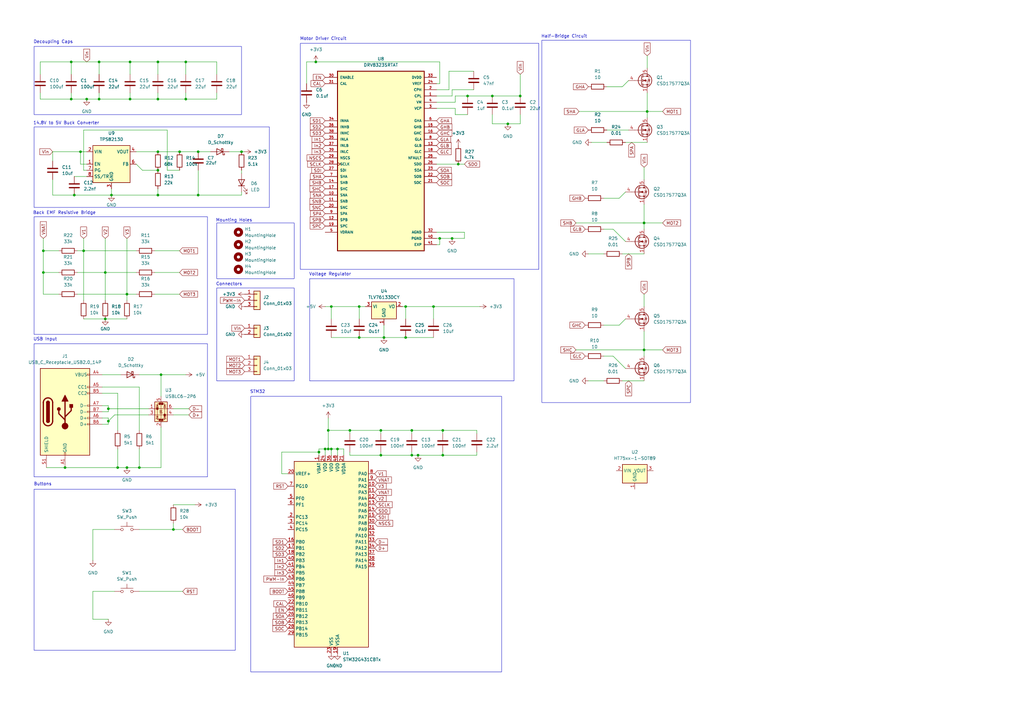
<source format=kicad_sch>
(kicad_sch (version 20250114) (generator "eeschema") (generator_version "9.0")
  (paper "A3")
  (lib_symbols
    (symbol "Connector:USB_C_Receptacle_USB2.0_14P" (pin_names (offset 1.016))
      (property "Reference" "J" (at 0 22.225 0))
      (property "Value" "USB_C_Receptacle_USB2.0_14P" (at 0 19.685 0))
      (symbol "USB_C_Receptacle_USB2.0_14P_1_1"
        (pin passive line (at -7.62 -22.86 90) (length 5.08) (name "SHIELD") (number "S1"))
        (pin passive line (at 0 -22.86 90) (length 5.08) (name "GND") (number "A1"))
        (pin passive line (at 0 -22.86 90) (length 5.08) (hide yes) (name "GND") (number "A12"))
        (pin passive line (at 0 -22.86 90) (length 5.08) (hide yes) (name "GND") (number "B1"))
        (pin passive line (at 0 -22.86 90) (length 5.08) (hide yes) (name "GND") (number "B12"))
        (pin passive line (at 15.24 15.24 180) (length 5.08) (name "VBUS") (number "A4"))
        (pin passive line (at 15.24 15.24 180) (length 5.08) (hide yes) (name "VBUS") (number "A9"))
        (pin passive line (at 15.24 15.24 180) (length 5.08) (hide yes) (name "VBUS") (number "B4"))
        (pin passive line (at 15.24 15.24 180) (length 5.08) (hide yes) (name "VBUS") (number "B9"))
        (pin bidirectional line (at 15.24 10.16 180) (length 5.08) (name "CC1") (number "A5"))
        (pin bidirectional line (at 15.24 7.62 180) (length 5.08) (name "CC2") (number "B5"))
        (pin bidirectional line (at 15.24 2.54 180) (length 5.08) (name "D-") (number "A7"))
        (pin bidirectional line (at 15.24 0 180) (length 5.08) (name "D-") (number "B7"))
        (pin bidirectional line (at 15.24 -2.54 180) (length 5.08) (name "D+") (number "A6"))
        (pin bidirectional line (at 15.24 -5.08 180) (length 5.08) (name "D+") (number "B6"))
      )
    )
    (symbol "Connector_Generic:Conn_01x02" (pin_names (offset 1.016) (hide yes))
      (property "Reference" "J" (at 0 2.54 0))
      (property "Value" "Conn_01x02" (at 0 -5.08 0))
      (symbol "Conn_01x02_1_1"
        (pin passive line (at -5.08 0 0) (length 3.81) (name "Pin_1") (number "1"))
        (pin passive line (at -5.08 -2.54 0) (length 3.81) (name "Pin_2") (number "2"))
      )
    )
    (symbol "Connector_Generic:Conn_01x03" (pin_names (offset 1.016) (hide yes))
      (property "Reference" "J" (at 0 5.08 0))
      (property "Value" "Conn_01x03" (at 0 -5.08 0))
      (symbol "Conn_01x03_1_1"
        (pin passive line (at -5.08 2.54 0) (length 3.81) (name "Pin_1") (number "1"))
        (pin passive line (at -5.08 0 0) (length 3.81) (name "Pin_2") (number "2"))
        (pin passive line (at -5.08 -2.54 0) (length 3.81) (name "Pin_3") (number "3"))
      )
    )
    (symbol "DRV8323SRTAT:DRV8323SRTAT" (pin_names (offset 1.016))
      (property "Reference" "U" (at -17.8131 39.1728 0))
      (property "Value" "DRV8323SRTAT" (at -17.8106 -39.6282 0))
      (symbol "DRV8323SRTAT_0_0"
        (pin input line (at -22.86 35.56 0) (length 5.08) (name "ENABLE") (number "30"))
        (pin input line (at -22.86 33.02 0) (length 5.08) (name "CAL") (number "31"))
        (pin input line (at -22.86 17.78 0) (length 5.08) (name "INHA") (number "34"))
        (pin input line (at -22.86 15.24 0) (length 5.08) (name "INHB") (number "36"))
        (pin input line (at -22.86 12.7 0) (length 5.08) (name "INHC") (number "38"))
        (pin input line (at -22.86 10.16 0) (length 5.08) (name "INLA") (number "35"))
        (pin input line (at -22.86 7.62 0) (length 5.08) (name "INLB") (number "37"))
        (pin input line (at -22.86 5.08 0) (length 5.08) (name "INLC") (number "39"))
        (pin input line (at -22.86 2.54 0) (length 5.08) (name "NSCS") (number "29"))
        (pin input clock (at -22.86 0 0) (length 5.08) (name "SCLK") (number "28"))
        (pin input line (at -22.86 -2.54 0) (length 5.08) (name "SDI") (number "27"))
        (pin input line (at -22.86 -5.08 0) (length 5.08) (name "SHA") (number "7"))
        (pin input line (at -22.86 -7.62 0) (length 5.08) (name "SHB") (number "14"))
        (pin input line (at -22.86 -10.16 0) (length 5.08) (name "SHC") (number "17"))
        (pin input line (at -22.86 -12.7 0) (length 5.08) (name "SNA") (number "10"))
        (pin input line (at -22.86 -15.24 0) (length 5.08) (name "SNB") (number "11"))
        (pin input line (at -22.86 -17.78 0) (length 5.08) (name "SNC") (number "20"))
        (pin input line (at -22.86 -20.32 0) (length 5.08) (name "SPA") (number "9"))
        (pin input line (at -22.86 -22.86 0) (length 5.08) (name "SPB") (number "12"))
        (pin input line (at -22.86 -25.4 0) (length 5.08) (name "SPC") (number "19"))
        (pin input line (at -22.86 -27.94 0) (length 5.08) (name "VDRAIN") (number "5"))
        (pin power_in line (at 22.86 35.56 180) (length 5.08) (name "DVDD") (number "33"))
        (pin power_in line (at 22.86 33.02 180) (length 5.08) (name "VREF") (number "24"))
        (pin power_in line (at 22.86 30.48 180) (length 5.08) (name "CPH") (number "2"))
        (pin power_in line (at 22.86 27.94 180) (length 5.08) (name "CPL") (number "1"))
        (pin power_in line (at 22.86 25.4 180) (length 5.08) (name "VM") (number "4"))
        (pin power_in line (at 22.86 22.86 180) (length 5.08) (name "VCP") (number "3"))
        (pin output line (at 22.86 17.78 180) (length 5.08) (name "GHA") (number "6"))
        (pin output line (at 22.86 15.24 180) (length 5.08) (name "GHB") (number "15"))
        (pin output line (at 22.86 12.7 180) (length 5.08) (name "GHC") (number "16"))
        (pin output line (at 22.86 10.16 180) (length 5.08) (name "GLA") (number "8"))
        (pin output line (at 22.86 7.62 180) (length 5.08) (name "GLB") (number "13"))
        (pin output line (at 22.86 5.08 180) (length 5.08) (name "GLC") (number "18"))
        (pin output line (at 22.86 2.54 180) (length 5.08) (name "NFAULT") (number "25"))
        (pin output line (at 22.86 0 180) (length 5.08) (name "SDO") (number "26"))
        (pin output line (at 22.86 -2.54 180) (length 5.08) (name "SOA") (number "23"))
        (pin output line (at 22.86 -5.08 180) (length 5.08) (name "SOB") (number "22"))
        (pin output line (at 22.86 -7.62 180) (length 5.08) (name "SOC") (number "21"))
        (pin power_in line (at 22.86 -27.94 180) (length 5.08) (name "AGND") (number "32"))
        (pin power_in line (at 22.86 -30.48 180) (length 5.08) (name "PGND") (number "40"))
        (pin power_in line (at 22.86 -33.02 180) (length 5.08) (name "EXP") (number "41"))
      )
    )
    (symbol "Device:C" (pin_numbers (hide yes)) (pin_names (offset 0.254))
      (property "Reference" "C" (at 0.635 2.54 0))
      (property "Value" "C" (at 0.635 -2.54 0))
      (symbol "C_1_1"
        (pin passive line (at 0 3.81 270) (length 2.794) (name "~") (number "1"))
        (pin passive line (at 0 -3.81 90) (length 2.794) (name "~") (number "2"))
      )
    )
    (symbol "Device:D_Schottky" (pin_numbers (hide yes)) (pin_names (offset 1.016) (hide yes))
      (property "Reference" "D" (at 0 2.54 0))
      (property "Value" "D_Schottky" (at 0 -2.54 0))
      (symbol "D_Schottky_1_1"
        (pin passive line (at -3.81 0 0) (length 2.54) (name "K") (number "1"))
        (pin passive line (at 3.81 0 180) (length 2.54) (name "A") (number "2"))
      )
    )
    (symbol "Device:LED" (pin_numbers (hide yes)) (pin_names (offset 1.016) (hide yes))
      (property "Reference" "D" (at 0 2.54 0))
      (property "Value" "LED" (at 0 -2.54 0))
      (symbol "LED_1_1"
        (pin passive line (at -3.81 0 0) (length 2.54) (name "K") (number "1"))
        (pin passive line (at 3.81 0 180) (length 2.54) (name "A") (number "2"))
      )
    )
    (symbol "Device:R" (pin_numbers (hide yes)) (pin_names (offset 0))
      (property "Reference" "R" (at 2.032 0 90))
      (property "Value" "R" (at 0 0 90))
      (symbol "R_1_1"
        (pin passive line (at 0 3.81 270) (length 1.27) (name "~") (number "1"))
        (pin passive line (at 0 -3.81 90) (length 1.27) (name "~") (number "2"))
      )
    )
    (symbol "MCU_ST_STM32G4:STM32G431CBTx"
      (property "Reference" "U" (at -15.24 39.37 0))
      (property "Value" "STM32G431CBTx" (at 7.62 39.37 0))
      (symbol "STM32G431CBTx_1_1"
        (pin input line (at -17.78 33.02 0) (length 2.54) (name "VREF+") (number "20"))
        (pin bidirectional line (at -17.78 27.94 0) (length 2.54) (name "PG10") (number "7"))
        (pin bidirectional line (at -17.78 22.86 0) (length 2.54) (name "PF0") (number "5"))
        (pin bidirectional line (at -17.78 20.32 0) (length 2.54) (name "PF1") (number "6"))
        (pin bidirectional line (at -17.78 15.24 0) (length 2.54) (name "PC13") (number "2"))
        (pin bidirectional line (at -17.78 12.7 0) (length 2.54) (name "PC14") (number "3"))
        (pin bidirectional line (at -17.78 10.16 0) (length 2.54) (name "PC15") (number "4"))
        (pin bidirectional line (at -17.78 5.08 0) (length 2.54) (name "PB0") (number "16"))
        (pin bidirectional line (at -17.78 2.54 0) (length 2.54) (name "PB1") (number "17"))
        (pin bidirectional line (at -17.78 0 0) (length 2.54) (name "PB2") (number "18"))
        (pin bidirectional line (at -17.78 -2.54 0) (length 2.54) (name "PB3") (number "40"))
        (pin bidirectional line (at -17.78 -5.08 0) (length 2.54) (name "PB4") (number "41"))
        (pin bidirectional line (at -17.78 -7.62 0) (length 2.54) (name "PB5") (number "42"))
        (pin bidirectional line (at -17.78 -10.16 0) (length 2.54) (name "PB6") (number "43"))
        (pin bidirectional line (at -17.78 -12.7 0) (length 2.54) (name "PB7") (number "44"))
        (pin bidirectional line (at -17.78 -15.24 0) (length 2.54) (name "PB8") (number "45"))
        (pin bidirectional line (at -17.78 -17.78 0) (length 2.54) (name "PB9") (number "46"))
        (pin bidirectional line (at -17.78 -20.32 0) (length 2.54) (name "PB10") (number "22"))
        (pin bidirectional line (at -17.78 -22.86 0) (length 2.54) (name "PB11") (number "25"))
        (pin bidirectional line (at -17.78 -25.4 0) (length 2.54) (name "PB12") (number "26"))
        (pin bidirectional line (at -17.78 -27.94 0) (length 2.54) (name "PB13") (number "27"))
        (pin bidirectional line (at -17.78 -30.48 0) (length 2.54) (name "PB14") (number "28"))
        (pin bidirectional line (at -17.78 -33.02 0) (length 2.54) (name "PB15") (number "29"))
        (pin power_in line (at -5.08 40.64 270) (length 2.54) (name "VBAT") (number "1"))
        (pin power_in line (at -2.54 40.64 270) (length 2.54) (name "VDD") (number "24"))
        (pin power_in line (at 0 40.64 270) (length 2.54) (name "VDD") (number "36"))
        (pin power_in line (at 0 -40.64 90) (length 2.54) (name "VSS") (number "23"))
        (pin passive line (at 0 -40.64 90) (length 2.54) (hide yes) (name "VSS") (number "35"))
        (pin passive line (at 0 -40.64 90) (length 2.54) (hide yes) (name "VSS") (number "47"))
        (pin power_in line (at 2.54 40.64 270) (length 2.54) (name "VDD") (number "48"))
        (pin power_in line (at 2.54 -40.64 90) (length 2.54) (name "VSSA") (number "19"))
        (pin power_in line (at 5.08 40.64 270) (length 2.54) (name "VDDA") (number "21"))
        (pin bidirectional line (at 17.78 33.02 180) (length 2.54) (name "PA0") (number "8"))
        (pin bidirectional line (at 17.78 30.48 180) (length 2.54) (name "PA1") (number "9"))
        (pin bidirectional line (at 17.78 27.94 180) (length 2.54) (name "PA2") (number "10"))
        (pin bidirectional line (at 17.78 25.4 180) (length 2.54) (name "PA3") (number "11"))
        (pin bidirectional line (at 17.78 22.86 180) (length 2.54) (name "PA4") (number "12"))
        (pin bidirectional line (at 17.78 20.32 180) (length 2.54) (name "PA5") (number "13"))
        (pin bidirectional line (at 17.78 17.78 180) (length 2.54) (name "PA6") (number "14"))
        (pin bidirectional line (at 17.78 15.24 180) (length 2.54) (name "PA7") (number "15"))
        (pin bidirectional line (at 17.78 12.7 180) (length 2.54) (name "PA8") (number "30"))
        (pin bidirectional line (at 17.78 10.16 180) (length 2.54) (name "PA9") (number "31"))
        (pin bidirectional line (at 17.78 7.62 180) (length 2.54) (name "PA10") (number "32"))
        (pin bidirectional line (at 17.78 5.08 180) (length 2.54) (name "PA11") (number "33"))
        (pin bidirectional line (at 17.78 2.54 180) (length 2.54) (name "PA12") (number "34"))
        (pin bidirectional line (at 17.78 0 180) (length 2.54) (name "PA13") (number "37"))
        (pin bidirectional line (at 17.78 -2.54 180) (length 2.54) (name "PA14") (number "38"))
        (pin bidirectional line (at 17.78 -5.08 180) (length 2.54) (name "PA15") (number "39"))
      )
    )
    (symbol "Mechanical:MountingHole" (pin_names (offset 1.016)) (in_bom no)
      (property "Reference" "H" (at 0 5.08 0))
      (property "Value" "MountingHole" (at 0 3.175 0))
    )
    (symbol "Power_Protection:USBLC6-2P6" (pin_names (hide yes))
      (property "Reference" "U" (at 0.635 5.715 0))
      (property "Value" "USBLC6-2P6" (at 0.635 3.81 0))
      (symbol "USBLC6-2P6_1_1"
        (pin passive line (at -5.08 0 0) (length 2.54) (name "I/O1") (number "1"))
        (pin passive line (at -5.08 -2.54 0) (length 2.54) (name "I/O2") (number "3"))
        (pin passive line (at 0 5.08 270) (length 2.54) (name "VBUS") (number "5"))
        (pin passive line (at 0 -7.62 90) (length 2.54) (name "GND") (number "2"))
        (pin passive line (at 5.08 0 180) (length 2.54) (name "I/O1") (number "6"))
        (pin passive line (at 5.08 -2.54 180) (length 2.54) (name "I/O2") (number "4"))
      )
    )
    (symbol "Regulator_Linear:HT75xx-1-SOT89"
      (property "Reference" "U" (at -5.08 -3.81 0))
      (property "Value" "HT75xx-1-SOT89" (at 0 6.35 0))
      (symbol "HT75xx-1-SOT89_1_1"
        (pin power_in line (at -7.62 2.54 0) (length 2.54) (name "VIN") (number "2"))
        (pin power_in line (at 0 -5.08 90) (length 2.54) (name "GND") (number "1"))
        (pin power_out line (at 7.62 2.54 180) (length 2.54) (name "VOUT") (number "3"))
      )
    )
    (symbol "Regulator_Linear:TLV76133DCY"
      (property "Reference" "U" (at -7.62 6.35 0))
      (property "Value" "TLV76133DCY" (at -1.27 6.35 0))
      (symbol "TLV76133DCY_1_1"
        (pin power_in line (at -7.62 0 0) (length 2.54) (name "VI") (number "3"))
        (pin power_in line (at 0 -7.62 90) (length 2.54) (name "GND") (number "1"))
        (pin power_out line (at 7.62 0 180) (length 2.54) (name "VO") (number "2"))
      )
    )
    (symbol "Regulator_Switching:TPS82130"
      (property "Reference" "U" (at 1.27 11.43 0))
      (property "Value" "TPS82130" (at 5.08 8.89 0))
      (symbol "TPS82130_1_1"
        (pin power_in line (at -10.16 5.08 0) (length 2.54) (name "VIN") (number "2"))
        (pin input line (at -10.16 0 0) (length 2.54) (name "EN") (number "1"))
        (pin open_collector line (at -10.16 -2.54 0) (length 2.54) (name "PG") (number "7"))
        (pin input line (at -10.16 -5.08 0) (length 2.54) (name "SS/TR") (number "8"))
        (pin power_in line (at 0 -10.16 90) (length 2.54) (name "GND") (number "3"))
        (pin passive line (at 0 -10.16 90) (length 2.54) (hide yes) (name "GND") (number "9"))
        (pin power_out line (at 10.16 5.08 180) (length 2.54) (name "VOUT") (number "4"))
        (pin passive line (at 10.16 5.08 180) (length 2.54) (hide yes) (name "VOUT") (number "5"))
        (pin input line (at 10.16 0 180) (length 2.54) (name "FB") (number "6"))
      )
    )
    (symbol "Switch:SW_Push" (pin_numbers (hide yes)) (pin_names (offset 1.016) (hide yes))
      (property "Reference" "SW" (at 1.27 2.54 0))
      (property "Value" "SW_Push" (at 0 -1.524 0))
      (symbol "SW_Push_0_1"
        (pin passive line (at -5.08 0 0) (length 2.54) (name "1") (number "1"))
        (pin passive line (at 5.08 0 180) (length 2.54) (name "2") (number "2"))
      )
    )
    (symbol "Transistor_FET:CSD17577Q3A" (pin_names (hide yes))
      (property "Reference" "Q" (at 5.08 1.905 0))
      (property "Value" "CSD17577Q3A" (at 5.08 0 0))
      (symbol "CSD17577Q3A_1_1"
        (pin passive line (at -5.08 0 0) (length 2.54) (name "G") (number "4"))
        (pin passive line (at 2.54 5.08 270) (length 2.54) (name "D") (number "5"))
        (pin passive line (at 2.54 -5.08 90) (length 2.54) (name "S") (number "1"))
        (pin passive line (at 2.54 -5.08 90) (length 2.54) (hide yes) (name "S") (number "2"))
        (pin passive line (at 2.54 -5.08 90) (length 2.54) (hide yes) (name "S") (number "3"))
      )
    )
    (symbol "power:+3V3" (power) (pin_numbers (hide yes)) (pin_names (offset 0) (hide yes))
      (property "Value" "+3V3" (at 0 3.556 0))
      (symbol "+3V3_1_1"
        (pin power_in line (at 0 0 90) (length 0) (name "~") (number "1"))
      )
    )
    (symbol "power:+5V" (power) (pin_numbers (hide yes)) (pin_names (offset 0) (hide yes))
      (property "Value" "+5V" (at 0 3.556 0))
      (symbol "+5V_1_1"
        (pin power_in line (at 0 0 90) (length 0) (name "~") (number "1"))
      )
    )
    (symbol "power:GND" (power) (pin_numbers (hide yes)) (pin_names (offset 0) (hide yes))
      (property "Value" "GND" (at 0 -3.81 0))
      (symbol "GND_1_1"
        (pin power_in line (at 0 0 270) (length 0) (name "~") (number "1"))
      )
    )
  )
  (rectangle (start 13.97 140.97) (end 85.09 195.58))
  (rectangle (start 222.25 16.51) (end 283.21 165.1))
  (rectangle (start 102.87 162.56) (end 205.74 275.59))
  (rectangle (start 13.97 88.9) (end 85.09 137.16))
  (rectangle (start 13.97 200.66) (end 96.52 266.7))
  (rectangle (start 88.9 118.11) (end 120.65 156.21))
  (rectangle (start 123.19 17.78) (end 220.98 110.49))
  (rectangle (start 13.97 19.05) (end 99.06 46.99))
  (rectangle (start 127 114.3) (end 210.82 156.21))
  (rectangle (start 13.97 52.07) (end 110.49 85.09))
  (rectangle (start 88.9 91.44) (end 120.65 114.3))
  (text "Voltage Regulator" (at 135.382 112.522 0) (effects (font (size 1.27 1.27))))
  (text "Decoupling Caps" (at 21.844 17.272 0) (effects (font (size 1.27 1.27))))
  (text "Mounting Holes" (at 96.012 90.424 0) (effects (font (size 1.27 1.27))))
  (text "USB Input\n" (at 18.542 139.192 0) (effects (font (size 1.27 1.27))))
  (text "Connectors" (at 93.98 116.586 0) (effects (font (size 1.27 1.27))))
  (text "Buttons" (at 17.526 198.628 0) (effects (font (size 1.27 1.27))))
  (text "Back EMF Resistive Bridge" (at 26.416 87.376 0) (effects (font (size 1.27 1.27))))
  (text "Motor Driver Circuit\n" (at 132.588 16.002 0) (effects (font (size 1.27 1.27))))
  (text "STM32" (at 105.664 160.782 0) (effects (font (size 1.27 1.27))))
  (text "14.8V to 5V Buck Converter" (at 27.178 50.546 0) (effects (font (size 1.27 1.27))))
  (text "Half-Bridge Circuit" (at 231.394 14.986 0) (effects (font (size 1.27 1.27))))
  (junction (at 264.16 143.51))
  (junction (at 81.28 62.23))
  (junction (at 64.77 40.64))
  (junction (at 187.96 67.31))
  (junction (at 66.04 153.67))
  (junction (at 44.45 167.64))
  (junction (at 185.42 97.79))
  (junction (at 168.91 186.69))
  (junction (at 130.81 185.42))
  (junction (at 76.2 25.4))
  (junction (at 73.66 62.23))
  (junction (at 177.8 125.73))
  (junction (at 52.07 191.77))
  (junction (at 53.34 25.4))
  (junction (at 134.62 176.53))
  (junction (at 29.21 40.64))
  (junction (at 43.18 111.76))
  (junction (at 191.77 39.37))
  (junction (at 81.28 80.01))
  (junction (at 265.43 45.72))
  (junction (at 99.06 62.23))
  (junction (at 133.35 184.15))
  (junction (at 166.37 125.73))
  (junction (at 181.61 176.53))
  (junction (at 181.61 186.69))
  (junction (at 76.2 40.64))
  (junction (at 43.18 130.81))
  (junction (at 64.77 62.23))
  (junction (at 64.77 25.4))
  (junction (at 201.93 39.37))
  (junction (at 71.12 217.17))
  (junction (at 40.64 40.64))
  (junction (at 147.32 138.43))
  (junction (at 208.28 50.8))
  (junction (at 180.34 97.79))
  (junction (at 171.45 186.69))
  (junction (at 138.43 184.15))
  (junction (at 26.67 191.77))
  (junction (at 33.02 62.23))
  (junction (at 35.56 40.64))
  (junction (at 134.62 184.15))
  (junction (at 143.51 176.53))
  (junction (at 64.77 80.01))
  (junction (at 129.54 25.4))
  (junction (at 135.89 125.73))
  (junction (at 40.64 25.4))
  (junction (at 44.45 172.72))
  (junction (at 30.48 80.01))
  (junction (at 157.48 138.43))
  (junction (at 156.21 176.53))
  (junction (at 168.91 176.53))
  (junction (at 57.15 191.77))
  (junction (at 45.72 80.01))
  (junction (at 147.32 125.73))
  (junction (at 135.89 184.15))
  (junction (at 17.78 102.87))
  (junction (at 264.16 91.44))
  (junction (at 53.34 40.64))
  (junction (at 52.07 120.65))
  (junction (at 29.21 25.4))
  (junction (at 48.26 191.77))
  (junction (at 166.37 138.43))
  (junction (at 156.21 186.69))
  (junction (at 34.29 102.87))
  (junction (at 213.36 39.37))
  (junction (at 64.77 69.85))
  (junction (at 17.78 111.76))
  (wire (pts (xy 156.21 186.69) (xy 168.91 186.69)))
  (wire (pts (xy 38.1 242.57) (xy 46.99 242.57)))
  (wire (pts (xy 57.15 158.75) (xy 57.15 176.53)))
  (wire (pts (xy 34.29 69.85) (xy 35.56 69.85)))
  (wire (pts (xy 180.34 97.79) (xy 185.42 97.79)))
  (wire (pts (xy 76.2 25.4) (xy 76.2 30.48)))
  (wire (pts (xy 125.73 25.4) (xy 129.54 25.4)))
  (wire (pts (xy 166.37 138.43) (xy 177.8 138.43)))
  (wire (pts (xy 48.26 184.15) (xy 48.26 191.77)))
  (wire (pts (xy 115.57 185.42) (xy 115.57 194.31)))
  (wire (pts (xy 168.91 185.42) (xy 168.91 186.69)))
  (wire (pts (xy 264.16 143.51) (xy 271.78 143.51)))
  (wire (pts (xy 30.48 72.39) (xy 35.56 72.39)))
  (wire (pts (xy 73.66 62.23) (xy 81.28 62.23)))
  (wire (pts (xy 41.91 166.37) (xy 44.45 166.37)))
  (wire (pts (xy 40.64 25.4) (xy 53.34 25.4)))
  (wire (pts (xy 171.45 186.69) (xy 181.61 186.69)))
  (wire (pts (xy 71.12 214.63) (xy 71.12 217.17)))
  (wire (pts (xy 52.07 191.77) (xy 57.15 191.77)))
  (wire (pts (xy 76.2 25.4) (xy 88.9 25.4)))
  (wire (pts (xy 179.07 34.29) (xy 180.34 34.29)))
  (wire (pts (xy 64.77 80.01) (xy 81.28 80.01)))
  (wire (pts (xy 31.75 102.87) (xy 34.29 102.87)))
  (wire (pts (xy 52.07 97.79) (xy 52.07 120.65)))
  (wire (pts (xy 33.02 62.23) (xy 35.56 62.23)))
  (wire (pts (xy 147.32 125.73) (xy 149.86 125.73)))
  (wire (pts (xy 265.43 45.72) (xy 265.43 48.26)))
  (wire (pts (xy 133.35 125.73) (xy 135.89 125.73)))
  (wire (pts (xy 156.21 176.53) (xy 156.21 177.8)))
  (wire (pts (xy 19.05 191.77) (xy 26.67 191.77)))
  (wire (pts (xy 33.02 62.23) (xy 33.02 67.31)))
  (wire (pts (xy 16.51 25.4) (xy 16.51 30.48)))
  (wire (pts (xy 38.1 217.17) (xy 38.1 229.87)))
  (wire (pts (xy 185.42 36.83) (xy 194.31 36.83)))
  (wire (pts (xy 45.72 80.01) (xy 64.77 80.01)))
  (wire (pts (xy 16.51 40.64) (xy 29.21 40.64)))
  (wire (pts (xy 143.51 185.42) (xy 143.51 186.69)))
  (wire (pts (xy 53.34 38.1) (xy 53.34 40.64)))
  (wire (pts (xy 179.07 100.33) (xy 180.34 100.33)))
  (wire (pts (xy 48.26 161.29) (xy 48.26 176.53)))
  (wire (pts (xy 179.07 39.37) (xy 185.42 39.37)))
  (wire (pts (xy 44.45 172.72) (xy 44.45 173.99)))
  (wire (pts (xy 16.51 38.1) (xy 16.51 40.64)))
  (wire (pts (xy 265.43 22.86) (xy 265.43 27.94)))
  (wire (pts (xy 38.1 217.17) (xy 46.99 217.17)))
  (wire (pts (xy 129.54 25.4) (xy 180.34 25.4)))
  (wire (pts (xy 143.51 176.53) (xy 143.51 177.8)))
  (wire (pts (xy 76.2 40.64) (xy 88.9 40.64)))
  (wire (pts (xy 156.21 185.42) (xy 156.21 186.69)))
  (wire (pts (xy 68.58 53.34) (xy 68.58 69.85)))
  (wire (pts (xy 71.12 217.17) (xy 74.93 217.17)))
  (wire (pts (xy 181.61 186.69) (xy 195.58 186.69)))
  (wire (pts (xy 134.62 176.53) (xy 143.51 176.53)))
  (wire (pts (xy 43.18 97.79) (xy 43.18 111.76)))
  (wire (pts (xy 168.91 186.69) (xy 171.45 186.69)))
  (wire (pts (xy 17.78 111.76) (xy 17.78 120.65)))
  (wire (pts (xy 66.04 153.67) (xy 76.2 153.67)))
  (wire (pts (xy 55.88 62.23) (xy 64.77 62.23)))
  (wire (pts (xy 179.07 36.83) (xy 184.15 36.83)))
  (wire (pts (xy 135.89 184.15) (xy 138.43 184.15)))
  (wire (pts (xy 138.43 184.15) (xy 138.43 186.69)))
  (wire (pts (xy 156.21 176.53) (xy 168.91 176.53)))
  (wire (pts (xy 38.1 242.57) (xy 38.1 254)))
  (wire (pts (xy 254 133.35) (xy 256.54 130.81)))
  (wire (pts (xy 130.81 185.42) (xy 130.81 186.69)))
  (wire (pts (xy 43.18 111.76) (xy 43.18 123.19)))
  (wire (pts (xy 64.77 69.85) (xy 58.42 69.85)))
  (wire (pts (xy 93.98 62.23) (xy 99.06 62.23)))
  (wire (pts (xy 41.91 158.75) (xy 57.15 158.75)))
  (wire (pts (xy 177.8 125.73) (xy 177.8 130.81)))
  (wire (pts (xy 33.02 67.31) (xy 35.56 67.31)))
  (wire (pts (xy 157.48 138.43) (xy 166.37 138.43)))
  (wire (pts (xy 40.64 25.4) (xy 40.64 30.48)))
  (wire (pts (xy 208.28 50.8) (xy 213.36 50.8)))
  (wire (pts (xy 248.92 35.56) (xy 255.27 35.56)))
  (wire (pts (xy 99.06 69.85) (xy 99.06 71.12)))
  (wire (pts (xy 43.18 111.76) (xy 55.88 111.76)))
  (wire (pts (xy 185.42 36.83) (xy 185.42 39.37)))
  (wire (pts (xy 130.81 184.15) (xy 133.35 184.15)))
  (wire (pts (xy 241.3 104.14) (xy 247.65 104.14)))
  (wire (pts (xy 201.93 50.8) (xy 208.28 50.8)))
  (wire (pts (xy 34.29 53.34) (xy 34.29 69.85)))
  (wire (pts (xy 99.06 78.74) (xy 99.06 80.01)))
  (wire (pts (xy 181.61 176.53) (xy 195.58 176.53)))
  (wire (pts (xy 41.91 171.45) (xy 44.45 171.45)))
  (wire (pts (xy 195.58 176.53) (xy 195.58 177.8)))
  (wire (pts (xy 81.28 69.85) (xy 81.28 80.01)))
  (wire (pts (xy 21.59 73.66) (xy 21.59 80.01)))
  (wire (pts (xy 247.65 146.05) (xy 251.46 146.05)))
  (wire (pts (xy 63.5 111.76) (xy 73.66 111.76)))
  (wire (pts (xy 81.28 62.23) (xy 86.36 62.23)))
  (wire (pts (xy 264.16 91.44) (xy 271.78 91.44)))
  (wire (pts (xy 247.65 93.98) (xy 251.46 93.98)))
  (wire (pts (xy 184.15 29.21) (xy 194.31 29.21)))
  (wire (pts (xy 181.61 185.42) (xy 181.61 186.69)))
  (wire (pts (xy 247.65 81.28) (xy 254 81.28)))
  (wire (pts (xy 60.96 170.18) (xy 46.99 170.18)))
  (wire (pts (xy 76.2 38.1) (xy 76.2 40.64)))
  (wire (pts (xy 29.21 25.4) (xy 29.21 30.48)))
  (wire (pts (xy 201.93 46.99) (xy 201.93 50.8)))
  (wire (pts (xy 31.75 120.65) (xy 52.07 120.65)))
  (wire (pts (xy 43.18 130.81) (xy 52.07 130.81)))
  (wire (pts (xy 195.58 185.42) (xy 195.58 186.69)))
  (wire (pts (xy 64.77 25.4) (xy 76.2 25.4)))
  (wire (pts (xy 213.36 30.48) (xy 213.36 39.37)))
  (wire (pts (xy 147.32 138.43) (xy 157.48 138.43)))
  (wire (pts (xy 66.04 153.67) (xy 66.04 162.56)))
  (wire (pts (xy 38.1 254) (xy 44.45 254)))
  (wire (pts (xy 71.12 167.64) (xy 77.47 167.64)))
  (wire (pts (xy 179.07 41.91) (xy 186.69 41.91)))
  (wire (pts (xy 26.67 191.77) (xy 48.26 191.77)))
  (wire (pts (xy 133.35 184.15) (xy 134.62 184.15)))
  (wire (pts (xy 44.45 171.45) (xy 44.45 172.72)))
  (wire (pts (xy 17.78 111.76) (xy 24.13 111.76)))
  (wire (pts (xy 52.07 120.65) (xy 55.88 120.65)))
  (wire (pts (xy 41.91 153.67) (xy 49.53 153.67)))
  (wire (pts (xy 180.34 25.4) (xy 180.34 34.29)))
  (wire (pts (xy 264.16 68.58) (xy 264.16 73.66)))
  (wire (pts (xy 30.48 80.01) (xy 45.72 80.01)))
  (wire (pts (xy 236.22 91.44) (xy 264.16 91.44)))
  (wire (pts (xy 57.15 217.17) (xy 71.12 217.17)))
  (wire (pts (xy 255.27 104.14) (xy 264.16 104.14)))
  (wire (pts (xy 34.29 53.34) (xy 68.58 53.34)))
  (wire (pts (xy 41.91 168.91) (xy 44.45 168.91)))
  (wire (pts (xy 29.21 38.1) (xy 29.21 40.64)))
  (wire (pts (xy 68.58 69.85) (xy 73.66 69.85)))
  (wire (pts (xy 135.89 125.73) (xy 135.89 130.81)))
  (wire (pts (xy 21.59 62.23) (xy 21.59 66.04)))
  (wire (pts (xy 29.21 40.64) (xy 35.56 40.64)))
  (wire (pts (xy 17.78 102.87) (xy 17.78 111.76)))
  (wire (pts (xy 64.77 40.64) (xy 76.2 40.64)))
  (wire (pts (xy 41.91 161.29) (xy 48.26 161.29)))
  (wire (pts (xy 34.29 102.87) (xy 34.29 123.19)))
  (wire (pts (xy 135.89 184.15) (xy 135.89 186.69)))
  (wire (pts (xy 184.15 29.21) (xy 184.15 36.83)))
  (wire (pts (xy 57.15 184.15) (xy 57.15 191.77)))
  (wire (pts (xy 177.8 125.73) (xy 196.85 125.73)))
  (wire (pts (xy 181.61 176.53) (xy 181.61 177.8)))
  (wire (pts (xy 248.92 53.34) (xy 257.81 53.34)))
  (wire (pts (xy 135.89 125.73) (xy 147.32 125.73)))
  (wire (pts (xy 168.91 176.53) (xy 181.61 176.53)))
  (wire (pts (xy 185.42 97.79) (xy 190.5 97.79)))
  (wire (pts (xy 190.5 95.25) (xy 190.5 97.79)))
  (wire (pts (xy 179.07 44.45) (xy 186.69 44.45)))
  (wire (pts (xy 41.91 173.99) (xy 44.45 173.99)))
  (wire (pts (xy 63.5 120.65) (xy 73.66 120.65)))
  (wire (pts (xy 134.62 171.45) (xy 134.62 176.53)))
  (wire (pts (xy 179.07 95.25) (xy 190.5 95.25)))
  (wire (pts (xy 251.46 93.98) (xy 256.54 99.06)))
  (wire (pts (xy 186.69 39.37) (xy 186.69 41.91)))
  (wire (pts (xy 179.07 67.31) (xy 187.96 67.31)))
  (wire (pts (xy 115.57 194.31) (xy 118.11 194.31)))
  (wire (pts (xy 264.16 143.51) (xy 264.16 146.05)))
  (wire (pts (xy 29.21 25.4) (xy 40.64 25.4)))
  (wire (pts (xy 16.51 25.4) (xy 29.21 25.4)))
  (wire (pts (xy 255.27 156.21) (xy 264.16 156.21)))
  (wire (pts (xy 241.3 156.21) (xy 247.65 156.21)))
  (wire (pts (xy 157.48 133.35) (xy 157.48 138.43)))
  (wire (pts (xy 71.12 170.18) (xy 77.47 170.18)))
  (wire (pts (xy 264.16 91.44) (xy 264.16 93.98)))
  (wire (pts (xy 191.77 39.37) (xy 201.93 39.37)))
  (wire (pts (xy 40.64 40.64) (xy 53.34 40.64)))
  (wire (pts (xy 255.27 35.56) (xy 257.81 33.02)))
  (wire (pts (xy 44.45 167.64) (xy 60.96 167.64)))
  (wire (pts (xy 31.75 111.76) (xy 43.18 111.76)))
  (wire (pts (xy 52.07 120.65) (xy 52.07 123.19)))
  (wire (pts (xy 17.78 102.87) (xy 24.13 102.87)))
  (wire (pts (xy 34.29 97.79) (xy 34.29 102.87)))
  (wire (pts (xy 242.57 58.42) (xy 248.92 58.42)))
  (wire (pts (xy 201.93 39.37) (xy 213.36 39.37)))
  (wire (pts (xy 35.56 40.64) (xy 40.64 40.64)))
  (wire (pts (xy 265.43 38.1) (xy 265.43 45.72)))
  (wire (pts (xy 265.43 45.72) (xy 271.78 45.72)))
  (wire (pts (xy 237.49 45.72) (xy 265.43 45.72)))
  (wire (pts (xy 135.89 138.43) (xy 147.32 138.43)))
  (wire (pts (xy 53.34 25.4) (xy 53.34 30.48)))
  (wire (pts (xy 147.32 125.73) (xy 147.32 130.81)))
  (wire (pts (xy 45.72 77.47) (xy 45.72 80.01)))
  (wire (pts (xy 143.51 186.69) (xy 156.21 186.69)))
  (wire (pts (xy 143.51 176.53) (xy 156.21 176.53)))
  (wire (pts (xy 264.16 83.82) (xy 264.16 91.44)))
  (wire (pts (xy 57.15 242.57) (xy 74.93 242.57)))
  (wire (pts (xy 53.34 40.64) (xy 64.77 40.64)))
  (wire (pts (xy 21.59 80.01) (xy 30.48 80.01)))
  (wire (pts (xy 134.62 184.15) (xy 135.89 184.15)))
  (wire (pts (xy 187.96 67.31) (xy 190.5 67.31)))
  (wire (pts (xy 99.06 62.23) (xy 100.33 62.23)))
  (wire (pts (xy 254 81.28) (xy 256.54 78.74)))
  (wire (pts (xy 44.45 167.64) (xy 44.45 168.91)))
  (wire (pts (xy 57.15 191.77) (xy 66.04 191.77)))
  (wire (pts (xy 21.59 62.23) (xy 33.02 62.23)))
  (wire (pts (xy 34.29 102.87) (xy 55.88 102.87)))
  (wire (pts (xy 71.12 207.01) (xy 80.01 207.01)))
  (wire (pts (xy 64.77 62.23) (xy 73.66 62.23)))
  (wire (pts (xy 134.62 176.53) (xy 134.62 184.15)))
  (wire (pts (xy 64.77 77.47) (xy 64.77 80.01)))
  (wire (pts (xy 88.9 38.1) (xy 88.9 40.64)))
  (wire (pts (xy 166.37 125.73) (xy 177.8 125.73)))
  (wire (pts (xy 40.64 38.1) (xy 40.64 40.64)))
  (wire (pts (xy 264.16 135.89) (xy 264.16 143.51)))
  (wire (pts (xy 53.34 25.4) (xy 64.77 25.4)))
  (wire (pts (xy 251.46 146.05) (xy 256.54 151.13)))
  (wire (pts (xy 58.42 69.85) (xy 55.88 67.31)))
  (wire (pts (xy 125.73 25.4) (xy 125.73 34.29)))
  (wire (pts (xy 48.26 191.77) (xy 52.07 191.77)))
  (wire (pts (xy 88.9 25.4) (xy 88.9 30.48)))
  (wire (pts (xy 191.77 39.37) (xy 186.69 39.37)))
  (wire (pts (xy 44.45 166.37) (xy 44.45 167.64)))
  (wire (pts (xy 46.99 170.18) (xy 44.45 172.72)))
  (wire (pts (xy 81.28 80.01) (xy 99.06 80.01)))
  (wire (pts (xy 165.1 125.73) (xy 166.37 125.73)))
  (wire (pts (xy 186.69 44.45) (xy 186.69 46.99)))
  (wire (pts (xy 17.78 120.65) (xy 24.13 120.65)))
  (wire (pts (xy 256.54 58.42) (xy 265.43 58.42)))
  (wire (pts (xy 34.29 130.81) (xy 43.18 130.81)))
  (wire (pts (xy 166.37 125.73) (xy 166.37 130.81)))
  (wire (pts (xy 179.07 97.79) (xy 180.34 97.79)))
  (wire (pts (xy 133.35 184.15) (xy 133.35 186.69)))
  (wire (pts (xy 115.57 185.42) (xy 130.81 185.42)))
  (wire (pts (xy 138.43 184.15) (xy 140.97 184.15)))
  (wire (pts (xy 64.77 38.1) (xy 64.77 40.64)))
  (wire (pts (xy 63.5 102.87) (xy 73.66 102.87)))
  (wire (pts (xy 180.34 97.79) (xy 180.34 100.33)))
  (wire (pts (xy 130.81 184.15) (xy 130.81 185.42)))
  (wire (pts (xy 64.77 25.4) (xy 64.77 30.48)))
  (wire (pts (xy 66.04 175.26) (xy 66.04 191.77)))
  (wire (pts (xy 186.69 46.99) (xy 191.77 46.99)))
  (wire (pts (xy 247.65 133.35) (xy 254 133.35)))
  (wire (pts (xy 168.91 176.53) (xy 168.91 177.8)))
  (wire (pts (xy 57.15 153.67) (xy 66.04 153.67)))
  (wire (pts (xy 213.36 46.99) (xy 213.36 50.8)))
  (wire (pts (xy 17.78 97.79) (xy 17.78 102.87)))
  (wire (pts (xy 264.16 120.65) (xy 264.16 125.73)))
  (wire (pts (xy 236.22 143.51) (xy 264.16 143.51)))
  (wire (pts (xy 140.97 184.15) (xy 140.97 186.69)))
  (global_label "In1" (shape input) (at 118.11 229.87 180) (property "Intersheetrefs" "${INTERSHEET_REFS}" (effects (hide yes))))
  (global_label "EN" (shape input) (at 118.11 250.19 180) (property "Intersheetrefs" "${INTERSHEET_REFS}" (effects (hide yes))))
  (global_label "V3" (shape input) (at 153.67 199.39 0) (property "Intersheetrefs" "${INTERSHEET_REFS}" (effects (hide yes))))
  (global_label "MOT3" (shape input) (at 271.78 143.51 0) (property "Intersheetrefs" "${INTERSHEET_REFS}" (effects (hide yes))))
  (global_label "MOT2" (shape input) (at 100.33 149.86 180) (property "Intersheetrefs" "${INTERSHEET_REFS}" (effects (hide yes))))
  (global_label "SNC" (shape input) (at 133.35 85.09 180) (property "Intersheetrefs" "${INTERSHEET_REFS}" (effects (hide yes))))
  (global_label "CAL" (shape input) (at 133.35 34.29 180) (property "Intersheetrefs" "${INTERSHEET_REFS}" (effects (hide yes))))
  (global_label "SOC" (shape input) (at 118.11 257.81 180) (property "Intersheetrefs" "${INTERSHEET_REFS}" (effects (hide yes))))
  (global_label "In2" (shape input) (at 118.11 232.41 180) (property "Intersheetrefs" "${INTERSHEET_REFS}" (effects (hide yes))))
  (global_label "SD2" (shape input) (at 118.11 224.79 180) (property "Intersheetrefs" "${INTERSHEET_REFS}" (effects (hide yes))))
  (global_label "D+" (shape input) (at 77.47 170.18 0) (property "Intersheetrefs" "${INTERSHEET_REFS}" (effects (hide yes))))
  (global_label "SHA" (shape input) (at 237.49 45.72 180) (property "Intersheetrefs" "${INTERSHEET_REFS}" (effects (hide yes))))
  (global_label "GHB" (shape input) (at 179.07 52.07 0) (property "Intersheetrefs" "${INTERSHEET_REFS}" (effects (hide yes))))
  (global_label "GLB" (shape input) (at 179.07 59.69 0) (property "Intersheetrefs" "${INTERSHEET_REFS}" (effects (hide yes))))
  (global_label "PWM-In" (shape input) (at 100.33 123.19 180) (property "Intersheetrefs" "${INTERSHEET_REFS}" (effects (hide yes))))
  (global_label "SDI" (shape input) (at 153.67 212.09 0) (property "Intersheetrefs" "${INTERSHEET_REFS}" (effects (hide yes))))
  (global_label "In2" (shape input) (at 133.35 59.69 180) (property "Intersheetrefs" "${INTERSHEET_REFS}" (effects (hide yes))))
  (global_label "GHC" (shape input) (at 179.07 54.61 0) (property "Intersheetrefs" "${INTERSHEET_REFS}" (effects (hide yes))))
  (global_label "V2" (shape input) (at 153.67 204.47 0) (property "Intersheetrefs" "${INTERSHEET_REFS}" (effects (hide yes))))
  (global_label "RST" (shape input) (at 74.93 242.57 0) (property "Intersheetrefs" "${INTERSHEET_REFS}" (effects (hide yes))))
  (global_label "SCLK" (shape input) (at 153.67 207.01 0) (property "Intersheetrefs" "${INTERSHEET_REFS}" (effects (hide yes))))
  (global_label "SNA" (shape input) (at 133.35 80.01 180) (property "Intersheetrefs" "${INTERSHEET_REFS}" (effects (hide yes))))
  (global_label "SDI" (shape input) (at 133.35 69.85 180) (property "Intersheetrefs" "${INTERSHEET_REFS}" (effects (hide yes))))
  (global_label "BOOT" (shape input) (at 118.11 242.57 180) (property "Intersheetrefs" "${INTERSHEET_REFS}" (effects (hide yes))))
  (global_label "In1" (shape input) (at 133.35 57.15 180) (property "Intersheetrefs" "${INTERSHEET_REFS}" (effects (hide yes))))
  (global_label "SHC" (shape input) (at 236.22 143.51 180) (property "Intersheetrefs" "${INTERSHEET_REFS}" (effects (hide yes))))
  (global_label "SHA" (shape input) (at 133.35 72.39 180) (property "Intersheetrefs" "${INTERSHEET_REFS}" (effects (hide yes))))
  (global_label "GHA" (shape input) (at 241.3 35.56 180) (property "Intersheetrefs" "${INTERSHEET_REFS}" (effects (hide yes))))
  (global_label "GLC" (shape input) (at 240.03 146.05 180) (property "Intersheetrefs" "${INTERSHEET_REFS}" (effects (hide yes))))
  (global_label "GHB" (shape input) (at 240.03 81.28 180) (property "Intersheetrefs" "${INTERSHEET_REFS}" (effects (hide yes))))
  (global_label "V1" (shape input) (at 34.29 97.79 90) (property "Intersheetrefs" "${INTERSHEET_REFS}" (effects (hide yes))))
  (global_label "V2" (shape input) (at 43.18 97.79 90) (property "Intersheetrefs" "${INTERSHEET_REFS}" (effects (hide yes))))
  (global_label "MOT1" (shape input) (at 73.66 102.87 0) (property "Intersheetrefs" "${INTERSHEET_REFS}" (effects (hide yes))))
  (global_label "V3" (shape input) (at 52.07 97.79 90) (property "Intersheetrefs" "${INTERSHEET_REFS}" (effects (hide yes))))
  (global_label "EN" (shape input) (at 133.35 31.75 180) (property "Intersheetrefs" "${INTERSHEET_REFS}" (effects (hide yes))))
  (global_label "SPA" (shape input) (at 133.35 87.63 180) (property "Intersheetrefs" "${INTERSHEET_REFS}" (effects (hide yes))))
  (global_label "SHB" (shape input) (at 133.35 74.93 180) (property "Intersheetrefs" "${INTERSHEET_REFS}" (effects (hide yes))))
  (global_label "D-" (shape input) (at 77.47 167.64 0) (property "Intersheetrefs" "${INTERSHEET_REFS}" (effects (hide yes))))
  (global_label "SD1" (shape input) (at 118.11 222.25 180) (property "Intersheetrefs" "${INTERSHEET_REFS}" (effects (hide yes))))
  (global_label "NSCS" (shape input) (at 133.35 64.77 180) (property "Intersheetrefs" "${INTERSHEET_REFS}" (effects (hide yes))))
  (global_label "SD3" (shape input) (at 118.11 227.33 180) (property "Intersheetrefs" "${INTERSHEET_REFS}" (effects (hide yes))))
  (global_label "Vin" (shape input) (at 213.36 30.48 90) (property "Intersheetrefs" "${INTERSHEET_REFS}" (effects (hide yes))))
  (global_label "In3" (shape input) (at 118.11 234.95 180) (property "Intersheetrefs" "${INTERSHEET_REFS}" (effects (hide yes))))
  (global_label "MOT1" (shape input) (at 100.33 147.32 180) (property "Intersheetrefs" "${INTERSHEET_REFS}" (effects (hide yes))))
  (global_label "SOA" (shape input) (at 118.11 252.73 180) (property "Intersheetrefs" "${INTERSHEET_REFS}" (effects (hide yes))))
  (global_label "V1" (shape input) (at 153.67 194.31 0) (property "Intersheetrefs" "${INTERSHEET_REFS}" (effects (hide yes))))
  (global_label "NSCS" (shape input) (at 153.67 214.63 0) (property "Intersheetrefs" "${INTERSHEET_REFS}" (effects (hide yes))))
  (global_label "Vin" (shape input) (at 265.43 22.86 90) (property "Intersheetrefs" "${INTERSHEET_REFS}" (effects (hide yes))))
  (global_label "VNAT" (shape input) (at 17.78 97.79 90) (property "Intersheetrefs" "${INTERSHEET_REFS}" (effects (hide yes))))
  (global_label "SDO" (shape input) (at 190.5 67.31 0) (property "Intersheetrefs" "${INTERSHEET_REFS}" (effects (hide yes))))
  (global_label "SD1" (shape input) (at 133.35 49.53 180) (property "Intersheetrefs" "${INTERSHEET_REFS}" (effects (hide yes))))
  (global_label "Vin" (shape input) (at 100.33 134.62 180) (property "Intersheetrefs" "${INTERSHEET_REFS}" (effects (hide yes))))
  (global_label "SD2" (shape input) (at 133.35 52.07 180) (property "Intersheetrefs" "${INTERSHEET_REFS}" (effects (hide yes))))
  (global_label "GLA" (shape input) (at 179.07 57.15 0) (property "Intersheetrefs" "${INTERSHEET_REFS}" (effects (hide yes))))
  (global_label "SOC" (shape input) (at 179.07 74.93 0) (property "Intersheetrefs" "${INTERSHEET_REFS}" (effects (hide yes))))
  (global_label "Vin" (shape input) (at 264.16 120.65 90) (property "Intersheetrefs" "${INTERSHEET_REFS}" (effects (hide yes))))
  (global_label "PWM-In" (shape input) (at 118.11 237.49 180) (property "Intersheetrefs" "${INTERSHEET_REFS}" (effects (hide yes))))
  (global_label "SD3" (shape input) (at 133.35 54.61 180) (property "Intersheetrefs" "${INTERSHEET_REFS}" (effects (hide yes))))
  (global_label "MOT3" (shape input) (at 73.66 120.65 0) (property "Intersheetrefs" "${INTERSHEET_REFS}" (effects (hide yes))))
  (global_label "Vin" (shape input) (at 264.16 68.58 90) (property "Intersheetrefs" "${INTERSHEET_REFS}" (effects (hide yes))))
  (global_label "MOT2" (shape input) (at 271.78 91.44 0) (property "Intersheetrefs" "${INTERSHEET_REFS}" (effects (hide yes))))
  (global_label "GLB" (shape input) (at 240.03 93.98 180) (property "Intersheetrefs" "${INTERSHEET_REFS}" (effects (hide yes))))
  (global_label "Vin" (shape input) (at 35.56 25.4 90) (property "Intersheetrefs" "${INTERSHEET_REFS}" (effects (hide yes))))
  (global_label "GHC" (shape input) (at 240.03 133.35 180) (property "Intersheetrefs" "${INTERSHEET_REFS}" (effects (hide yes))))
  (global_label "SOA" (shape input) (at 179.07 69.85 0) (property "Intersheetrefs" "${INTERSHEET_REFS}" (effects (hide yes))))
  (global_label "Vin" (shape input) (at 21.59 62.23 180) (property "Intersheetrefs" "${INTERSHEET_REFS}" (effects (hide yes))))
  (global_label "GHA" (shape input) (at 179.07 49.53 0) (property "Intersheetrefs" "${INTERSHEET_REFS}" (effects (hide yes))))
  (global_label "VNAT" (shape input) (at 153.67 196.85 0) (property "Intersheetrefs" "${INTERSHEET_REFS}" (effects (hide yes))))
  (global_label "GLC" (shape input) (at 179.07 62.23 0) (property "Intersheetrefs" "${INTERSHEET_REFS}" (effects (hide yes))))
  (global_label "SHC" (shape input) (at 133.35 77.47 180) (property "Intersheetrefs" "${INTERSHEET_REFS}" (effects (hide yes))))
  (global_label "RST" (shape input) (at 118.11 199.39 180) (property "Intersheetrefs" "${INTERSHEET_REFS}" (effects (hide yes))))
  (global_label "In3" (shape input) (at 133.35 62.23 180) (property "Intersheetrefs" "${INTERSHEET_REFS}" (effects (hide yes))))
  (global_label "MOT1" (shape input) (at 271.78 45.72 0) (property "Intersheetrefs" "${INTERSHEET_REFS}" (effects (hide yes))))
  (global_label "SCLK" (shape input) (at 133.35 67.31 180) (property "Intersheetrefs" "${INTERSHEET_REFS}" (effects (hide yes))))
  (global_label "SPB" (shape input) (at 257.81 104.14 270) (property "Intersheetrefs" "${INTERSHEET_REFS}" (effects (hide yes))))
  (global_label "CAL" (shape input) (at 118.11 247.65 180) (property "Intersheetrefs" "${INTERSHEET_REFS}" (effects (hide yes))))
  (global_label "SPC" (shape input) (at 133.35 92.71 180) (property "Intersheetrefs" "${INTERSHEET_REFS}" (effects (hide yes))))
  (global_label "SNB" (shape input) (at 133.35 82.55 180) (property "Intersheetrefs" "${INTERSHEET_REFS}" (effects (hide yes))))
  (global_label "GLA" (shape input) (at 241.3 53.34 180) (property "Intersheetrefs" "${INTERSHEET_REFS}" (effects (hide yes))))
  (global_label "VNAT" (shape input) (at 153.67 201.93 0) (property "Intersheetrefs" "${INTERSHEET_REFS}" (effects (hide yes))))
  (global_label "BOOT" (shape input) (at 74.93 217.17 0) (property "Intersheetrefs" "${INTERSHEET_REFS}" (effects (hide yes))))
  (global_label "SOB" (shape input) (at 118.11 255.27 180) (property "Intersheetrefs" "${INTERSHEET_REFS}" (effects (hide yes))))
  (global_label "SHB" (shape input) (at 236.22 91.44 180) (property "Intersheetrefs" "${INTERSHEET_REFS}" (effects (hide yes))))
  (global_label "D-" (shape input) (at 153.67 222.25 0) (property "Intersheetrefs" "${INTERSHEET_REFS}" (effects (hide yes))))
  (global_label "SOB" (shape input) (at 179.07 72.39 0) (property "Intersheetrefs" "${INTERSHEET_REFS}" (effects (hide yes))))
  (global_label "SPC" (shape input) (at 257.81 156.21 270) (property "Intersheetrefs" "${INTERSHEET_REFS}" (effects (hide yes))))
  (global_label "MOT2" (shape input) (at 73.66 111.76 0) (property "Intersheetrefs" "${INTERSHEET_REFS}" (effects (hide yes))))
  (global_label "SPA" (shape input) (at 259.08 58.42 270) (property "Intersheetrefs" "${INTERSHEET_REFS}" (effects (hide yes))))
  (global_label "D+" (shape input) (at 153.67 224.79 0) (property "Intersheetrefs" "${INTERSHEET_REFS}" (effects (hide yes))))
  (global_label "SDO" (shape input) (at 153.67 209.55 0) (property "Intersheetrefs" "${INTERSHEET_REFS}" (effects (hide yes))))
  (global_label "MOT3" (shape input) (at 100.33 152.4 180) (property "Intersheetrefs" "${INTERSHEET_REFS}" (effects (hide yes))))
  (global_label "SPB" (shape input) (at 133.35 90.17 180) (property "Intersheetrefs" "${INTERSHEET_REFS}" (effects (hide yes))))
  (symbol (lib_id "Mechanical:MountingHole") (at 97.79 95.25 0) (unit 1) (in_bom no)
    (property "Reference" "H1" (at 100.33 93.9799 0) (effects (justify left)))
    (property "Value" "MountingHole" (at 100.33 96.5199 0) (effects (justify left)))
    (property "Footprint" "MountingHole:MountingHole_2.1mm" (effects (hide yes)))
    (property "Description" "Mounting Hole without connection" (effects (hide yes)))
  )
  (symbol (lib_id "Device:D_Schottky") (at 90.17 62.23 180) (unit 1)
    (property "Reference" "D7" (at 90.4875 55.88 0))
    (property "Value" "D_Schottky" (at 90.4875 58.42 0))
    (property "Footprint" "Diode_SMD:D_SOD-323" (effects (hide yes)))
    (property "Description" "Schottky diode" (effects (hide yes)))
  )
  (symbol (lib_id "Transistor_FET:CSD17577Q3A") (at 261.62 78.74 0) (unit 1)
    (property "Reference" "Q2" (at 267.97 77.4699 0) (effects (justify left)))
    (property "Value" "CSD17577Q3A" (at 267.97 80.0099 0) (effects (justify left)))
    (property "Footprint" "Package_SON:VSON-8_3.3x3.3mm_P0.65mm_NexFET" (effects (hide yes)))
    (property "Datasheet" "https://www.ti.com/lit/ds/symlink/csd17577q3a.pdf" (effects (hide yes)))
    (property "Description" "35A Id, 30V Vds, NexFET N-Channel Power MOSFET, 4.0mOhm Ron, Qg Typ 12nC, VSON-8 3.3x3.3mm" (effects (hide yes)))
  )
  (symbol (lib_id "Device:R") (at 243.84 93.98 90) (unit 1)
    (property "Reference" "R8" (at 243.84 87.63 90))
    (property "Value" "10" (at 243.84 90.17 90))
    (property "Footprint" "Resistor_SMD:R_0402_1005Metric" (effects (hide yes)))
    (property "Description" "Resistor" (effects (hide yes)))
  )
  (symbol (lib_id "Device:C") (at 195.58 181.61 0) (unit 1)
    (property "Reference" "C22" (at 199.39 180.3399 0) (effects (justify left)))
    (property "Value" "2.2uf" (at 199.39 182.8799 0) (effects (justify left)))
    (property "Footprint" "Capacitor_SMD:C_0402_1005Metric" (effects (hide yes)))
    (property "Description" "Unpolarized capacitor" (effects (hide yes)))
  )
  (symbol (lib_id "Device:C") (at 16.51 34.29 0) (unit 1)
    (property "Reference" "C10" (at 20.32 33.0199 0) (effects (justify left)))
    (property "Value" "100uf" (at 20.32 35.5599 0) (effects (justify left)))
    (property "Footprint" "Capacitor_SMD:CP_Elec_6.3x7.7" (effects (hide yes)))
    (property "Description" "Unpolarized capacitor" (effects (hide yes)))
  )
  (symbol (lib_id "Device:R") (at 27.94 102.87 90) (unit 1)
    (property "Reference" "R22" (at 27.94 96.52 90))
    (property "Value" "33k" (at 27.94 99.06 90))
    (property "Footprint" "Resistor_SMD:R_0402_1005Metric" (effects (hide yes)))
    (property "Description" "Resistor" (effects (hide yes)))
  )
  (symbol (lib_id "Device:C") (at 29.21 34.29 0) (unit 1)
    (property "Reference" "C1" (at 33.02 33.0199 0) (effects (justify left)))
    (property "Value" "100uf" (at 33.02 35.5599 0) (effects (justify left)))
    (property "Footprint" "Capacitor_SMD:CP_Elec_6.3x7.7" (effects (hide yes)))
    (property "Description" "Unpolarized capacitor" (effects (hide yes)))
  )
  (symbol (lib_id "Regulator_Linear:HT75xx-1-SOT89") (at 260.35 195.58 0) (unit 1)
    (property "Reference" "U2" (at 260.35 185.42 0))
    (property "Value" "HT75xx-1-SOT89" (at 260.35 187.96 0))
    (property "Footprint" "Package_TO_SOT_SMD:SOT-89-3" (effects (hide yes)))
    (property "Datasheet" "https://www.holtek.com/documents/10179/116711/HT75xx-1v250.pdf" (effects (hide yes)))
    (property "Description" "100mA Low Dropout Voltage Regulator, Fixed Output, SOT89" (effects (hide yes)))
  )
  (symbol (lib_id "power:+3V3") (at 134.62 171.45 0) (unit 1)
    (property "Reference" "#PWR023" (effects (hide yes)))
    (property "Value" "+3V3" (at 134.62 166.37 0))
    (property "Description" "Power symbol creates a global label with name \"+3V3\"" (effects (hide yes)))
  )
  (symbol (lib_id "Device:C") (at 177.8 134.62 0) (unit 1)
    (property "Reference" "C26" (at 181.61 133.3499 0) (effects (justify left)))
    (property "Value" "10uf" (at 181.61 135.8899 0) (effects (justify left)))
    (property "Footprint" "Capacitor_SMD:C_0603_1608Metric" (effects (hide yes)))
    (property "Description" "Unpolarized capacitor" (effects (hide yes)))
  )
  (symbol (lib_id "Connector_Generic:Conn_01x03") (at 105.41 149.86 0) (unit 1)
    (property "Reference" "J4" (at 107.95 148.5899 0) (effects (justify left)))
    (property "Value" "Conn_01x03" (at 107.95 151.1299 0) (effects (justify left)))
    (property "Footprint" "Connector_Wire:SolderWire-4sqmm_1x03_P12mm_D3mm_OD6mm" (effects (hide yes)))
    (property "Description" "Generic connector, single row, 01x03, script generated (kicad-library-utils/schlib/autogen/connector/)" (effects (hide yes)))
  )
  (symbol (lib_id "power:GND") (at 45.72 80.01 0) (unit 1)
    (property "Reference" "#PWR09" (effects (hide yes)))
    (property "Value" "GND" (at 45.72 84.074 0))
    (property "Description" "Power symbol creates a global label with name \"GND\" , ground" (effects (hide yes)))
  )
  (symbol (lib_id "Connector_Generic:Conn_01x03") (at 105.41 123.19 0) (unit 1)
    (property "Reference" "J2" (at 107.95 121.9199 0) (effects (justify left)))
    (property "Value" "Conn_01x03" (at 107.95 124.4599 0) (effects (justify left)))
    (property "Footprint" "Connector_PinSocket_2.54mm:PinSocket_1x03_P2.54mm_Vertical" (effects (hide yes)))
    (property "Description" "Generic connector, single row, 01x03, script generated (kicad-library-utils/schlib/autogen/connector/)" (effects (hide yes)))
  )
  (symbol (lib_id "Transistor_FET:CSD17577Q3A") (at 261.62 130.81 0) (unit 1)
    (property "Reference" "Q5" (at 267.97 129.5399 0) (effects (justify left)))
    (property "Value" "CSD17577Q3A" (at 267.97 132.0799 0) (effects (justify left)))
    (property "Footprint" "Package_SON:VSON-8_3.3x3.3mm_P0.65mm_NexFET" (effects (hide yes)))
    (property "Datasheet" "https://www.ti.com/lit/ds/symlink/csd17577q3a.pdf" (effects (hide yes)))
    (property "Description" "35A Id, 30V Vds, NexFET N-Channel Power MOSFET, 4.0mOhm Ron, Qg Typ 12nC, VSON-8 3.3x3.3mm" (effects (hide yes)))
  )
  (symbol (lib_id "power:GND") (at 208.28 50.8 0) (unit 1)
    (property "Reference" "#PWR016" (effects (hide yes)))
    (property "Value" "GND" (at 208.28 55.88 0))
    (property "Description" "Power symbol creates a global label with name \"GND\" , ground" (effects (hide yes)))
  )
  (symbol (lib_id "Regulator_Switching:TPS82130") (at 45.72 67.31 0) (unit 1)
    (property "Reference" "U9" (at 45.72 54.61 0))
    (property "Value" "TPS82130" (at 45.72 57.15 0))
    (property "Footprint" "Package_LGA:Texas_SIL0008D_MicroSiP-8-1EP_2.8x3mm_P0.65mm_EP1.1x1.9mm_ThermalVias" (effects (hide yes)))
    (property "Datasheet" "http://www.ti.com/lit/ds/symlink/tps82130.pdf" (effects (hide yes)))
    (property "Description" "17V Input 3A Step-Down Converter MicroSiP Module with Integrated Inductor, μSiL-8" (effects (hide yes)))
  )
  (symbol (lib_id "Device:D_Schottky") (at 53.34 153.67 180) (unit 1)
    (property "Reference" "D2" (at 53.6575 147.32 0))
    (property "Value" "D_Schottky" (at 53.6575 149.86 0))
    (property "Footprint" "Diode_SMD:D_SOD-323" (effects (hide yes)))
    (property "Description" "Schottky diode" (effects (hide yes)))
  )
  (symbol (lib_id "Device:R") (at 59.69 120.65 90) (unit 1)
    (property "Reference" "R16" (at 59.69 114.3 90))
    (property "Value" "33k" (at 59.69 116.84 90))
    (property "Footprint" "Resistor_SMD:R_0402_1005Metric" (effects (hide yes)))
    (property "Description" "Resistor" (effects (hide yes)))
  )
  (symbol (lib_id "Device:C") (at 88.9 34.29 0) (unit 1)
    (property "Reference" "C18" (at 92.71 33.0199 0) (effects (justify left)))
    (property "Value" "22uf" (at 92.71 35.5599 0) (effects (justify left)))
    (property "Footprint" "Capacitor_SMD:C_1812_4532Metric" (effects (hide yes)))
    (property "Description" "Unpolarized capacitor" (effects (hide yes)))
  )
  (symbol (lib_id "power:GND") (at 171.45 186.69 0) (unit 1)
    (property "Reference" "#PWR024" (effects (hide yes)))
    (property "Value" "GND" (at 171.45 191.77 0))
    (property "Description" "Power symbol creates a global label with name \"GND\" , ground" (effects (hide yes)))
  )
  (symbol (lib_id "Device:R") (at 34.29 127 180) (unit 1)
    (property "Reference" "R19" (at 36.83 125.7299 0) (effects (justify right)))
    (property "Value" "10k" (at 36.83 128.2699 0) (effects (justify right)))
    (property "Footprint" "Resistor_SMD:R_0402_1005Metric" (effects (hide yes)))
    (property "Description" "Resistor" (effects (hide yes)))
  )
  (symbol (lib_id "power:+3V3") (at 129.54 25.4 0) (unit 1)
    (property "Reference" "#PWR03" (effects (hide yes)))
    (property "Value" "+3V3" (at 129.54 20.32 0))
    (property "Description" "Power symbol creates a global label with name \"+3V3\"" (effects (hide yes)))
  )
  (symbol (lib_id "power:GND") (at 138.43 267.97 0) (unit 1)
    (property "Reference" "#PWR031" (effects (hide yes)))
    (property "Value" "GND" (at 138.43 273.05 0))
    (property "Description" "Power symbol creates a global label with name \"GND\" , ground" (effects (hide yes)))
  )
  (symbol (lib_id "Transistor_FET:CSD17577Q3A") (at 262.89 53.34 0) (unit 1)
    (property "Reference" "Q3" (at 269.24 52.0699 0) (effects (justify left)))
    (property "Value" "CSD17577Q3A" (at 269.24 54.6099 0) (effects (justify left)))
    (property "Footprint" "Package_SON:VSON-8_3.3x3.3mm_P0.65mm_NexFET" (effects (hide yes)))
    (property "Datasheet" "https://www.ti.com/lit/ds/symlink/csd17577q3a.pdf" (effects (hide yes)))
    (property "Description" "35A Id, 30V Vds, NexFET N-Channel Power MOSFET, 4.0mOhm Ron, Qg Typ 12nC, VSON-8 3.3x3.3mm" (effects (hide yes)))
  )
  (symbol (lib_id "MCU_ST_STM32G4:STM32G431CBTx") (at 135.89 227.33 0) (unit 1)
    (property "Reference" "U1" (at 140.5733 267.97 0) (effects (justify left)))
    (property "Value" "STM32G431CBTx" (at 140.5733 270.51 0) (effects (justify left)))
    (property "Footprint" "Package_QFP:LQFP-48_7x7mm_P0.5mm" (effects (hide yes)))
    (property "Datasheet" "https://www.st.com/resource/en/datasheet/stm32g431cb.pdf" (effects (hide yes)))
    (property "Description" "STMicroelectronics Arm Cortex-M4 MCU, 128KB flash, 32KB RAM, 170 MHz, 1.71-3.6V, 38 GPIO, LQFP48" (effects (hide yes)))
  )
  (symbol (lib_id "power:GND") (at 185.42 97.79 0) (unit 1)
    (property "Reference" "#PWR018" (effects (hide yes)))
    (property "Value" "GND" (at 185.42 102.87 0))
    (property "Description" "Power symbol creates a global label with name \"GND\" , ground" (effects (hide yes)))
  )
  (symbol (lib_id "Device:C") (at 64.77 34.29 0) (unit 1)
    (property "Reference" "C16" (at 68.58 33.0199 0) (effects (justify left)))
    (property "Value" "22uf" (at 68.58 35.5599 0) (effects (justify left)))
    (property "Footprint" "Capacitor_SMD:C_1812_4532Metric" (effects (hide yes)))
    (property "Description" "Unpolarized capacitor" (effects (hide yes)))
  )
  (symbol (lib_id "power:+3V3") (at 187.96 59.69 0) (unit 1)
    (property "Reference" "#PWR019" (effects (hide yes)))
    (property "Value" "+3V3" (at 187.96 54.61 0))
    (property "Description" "Power symbol creates a global label with name \"+3V3\"" (effects (hide yes)))
  )
  (symbol (lib_id "Device:C") (at 194.31 33.02 0) (unit 1)
    (property "Reference" "C5" (at 198.12 31.7499 0) (effects (justify left)))
    (property "Value" "47nf" (at 198.12 34.2899 0) (effects (justify left)))
    (property "Footprint" "Capacitor_SMD:C_0402_1005Metric" (effects (hide yes)))
    (property "Description" "Unpolarized capacitor" (effects (hide yes)))
  )
  (symbol (lib_id "Device:R") (at 251.46 104.14 90) (unit 1)
    (property "Reference" "R25" (at 251.46 97.79 90))
    (property "Value" "0.01" (at 251.46 100.33 90))
    (property "Footprint" "Resistor_SMD:R_2512_6332Metric" (effects (hide yes)))
    (property "Description" "Resistor" (effects (hide yes)))
  )
  (symbol (lib_id "Device:R") (at 64.77 66.04 0) (unit 1)
    (property "Reference" "R12" (at 67.31 64.7699 0) (effects (justify left)))
    (property "Value" "68k" (at 67.31 67.3099 0) (effects (justify left)))
    (property "Footprint" "Resistor_SMD:R_0402_1005Metric" (effects (hide yes)))
    (property "Description" "Resistor" (effects (hide yes)))
  )
  (symbol (lib_id "Device:C") (at 125.73 38.1 0) (unit 1)
    (property "Reference" "C6" (at 129.54 36.8299 0) (effects (justify left)))
    (property "Value" "0.1uf" (at 129.54 39.3699 0) (effects (justify left)))
    (property "Footprint" "Capacitor_SMD:C_0402_1005Metric" (effects (hide yes)))
    (property "Description" "Unpolarized capacitor" (effects (hide yes)))
  )
  (symbol (lib_id "Device:R") (at 252.73 58.42 90) (unit 1)
    (property "Reference" "R24" (at 252.73 52.07 90))
    (property "Value" "0.01" (at 252.73 54.61 90))
    (property "Footprint" "Resistor_SMD:R_2512_6332Metric" (effects (hide yes)))
    (property "Description" "Resistor" (effects (hide yes)))
  )
  (symbol (lib_id "Device:R") (at 251.46 156.21 90) (unit 1)
    (property "Reference" "R26" (at 251.46 149.86 90))
    (property "Value" "0.01" (at 251.46 152.4 90))
    (property "Footprint" "Resistor_SMD:R_2512_6332Metric" (effects (hide yes)))
    (property "Description" "Resistor" (effects (hide yes)))
  )
  (symbol (lib_id "power:+3V3") (at 80.01 207.01 270) (unit 1)
    (property "Reference" "#PWR022" (effects (hide yes)))
    (property "Value" "+3V3" (at 83.82 207.0099 90) (effects (justify left)))
    (property "Description" "Power symbol creates a global label with name \"+3V3\"" (effects (hide yes)))
  )
  (symbol (lib_id "power:+3V3") (at 100.33 120.65 90) (unit 1)
    (property "Reference" "#PWR029" (effects (hide yes)))
    (property "Value" "+3V3" (at 96.52 120.6499 90) (effects (justify left)))
    (property "Description" "Power symbol creates a global label with name \"+3V3\"" (effects (hide yes)))
  )
  (symbol (lib_id "Device:C") (at 181.61 181.61 0) (unit 1)
    (property "Reference" "C21" (at 185.42 180.3399 0) (effects (justify left)))
    (property "Value" "100nf" (at 185.42 182.8799 0) (effects (justify left)))
    (property "Footprint" "Capacitor_SMD:C_0402_1005Metric" (effects (hide yes)))
    (property "Description" "Unpolarized capacitor" (effects (hide yes)))
  )
  (symbol (lib_id "power:GND") (at 100.33 125.73 270) (unit 1)
    (property "Reference" "#PWR010" (effects (hide yes)))
    (property "Value" "GND" (at 96.52 125.7299 90) (effects (justify right)))
    (property "Description" "Power symbol creates a global label with name \"GND\" , ground" (effects (hide yes)))
  )
  (symbol (lib_id "power:GND") (at 241.3 156.21 270) (unit 1)
    (property "Reference" "#PWR05" (effects (hide yes)))
    (property "Value" "GND" (at 237.49 156.2099 90) (effects (justify right)))
    (property "Description" "Power symbol creates a global label with name \"GND\" , ground" (effects (hide yes)))
  )
  (symbol (lib_id "power:GND") (at 100.33 137.16 270) (unit 1)
    (property "Reference" "#PWR011" (effects (hide yes)))
    (property "Value" "GND" (at 96.52 137.1599 90) (effects (justify right)))
    (property "Description" "Power symbol creates a global label with name \"GND\" , ground" (effects (hide yes)))
  )
  (symbol (lib_id "Device:R") (at 245.11 53.34 90) (unit 1)
    (property "Reference" "R2" (at 245.11 46.99 90))
    (property "Value" "10" (at 245.11 49.53 90))
    (property "Footprint" "Resistor_SMD:R_0402_1005Metric" (effects (hide yes)))
    (property "Description" "Resistor" (effects (hide yes)))
  )
  (symbol (lib_id "power:GND") (at 242.57 58.42 270) (unit 1)
    (property "Reference" "#PWR01" (effects (hide yes)))
    (property "Value" "GND" (at 238.76 58.4199 90) (effects (justify right)))
    (property "Description" "Power symbol creates a global label with name \"GND\" , ground" (effects (hide yes)))
  )
  (symbol (lib_id "Regulator_Linear:TLV76133DCY") (at 157.48 125.73 0) (unit 1)
    (property "Reference" "U4" (at 157.48 119.38 0))
    (property "Value" "TLV76133DCY" (at 157.48 121.92 0))
    (property "Footprint" "Package_TO_SOT_SMD:SOT-223-3_TabPin2" (effects (hide yes)))
    (property "Datasheet" "https://www.ti.com/lit/ds/symlink/tlv761.pdf" (effects (hide yes)))
    (property "Description" "3.3V, 1A, Low Noise, High-PSRR LDO Regulator, 2.5V...16V input, SOT-223" (effects (hide yes)))
  )
  (symbol (lib_id "power:+5V") (at 76.2 153.67 270) (unit 1)
    (property "Reference" "#PWR0101" (effects (hide yes)))
    (property "Value" "+5V" (at 80.01 153.6699 90) (effects (justify left)))
    (property "Description" "Power symbol creates a global label with name \"+5V\"" (effects (hide yes)))
  )
  (symbol (lib_id "Connector:USB_C_Receptacle_USB2.0_14P") (at 26.67 168.91 0) (unit 1)
    (property "Reference" "J1" (at 26.67 146.05 0))
    (property "Value" "USB_C_Receptacle_USB2.0_14P" (at 26.67 148.59 0))
    (property "Footprint" "Connector_USB:USB_C_Receptacle_HCTL_HC-TYPE-C-16P-01A" (effects (hide yes)))
    (property "Datasheet" "https://www.usb.org/sites/default/files/documents/usb_type-c.zip" (effects (hide yes)))
    (property "Description" "USB 2.0-only 14P Type-C Receptacle connector" (effects (hide yes)))
  )
  (symbol (lib_id "Device:C") (at 21.59 69.85 0) (unit 1)
    (property "Reference" "C11" (at 25.4 68.5799 0) (effects (justify left)))
    (property "Value" "10uf" (at 25.4 71.1199 0) (effects (justify left)))
    (property "Footprint" "Capacitor_SMD:C_0603_1608Metric" (effects (hide yes)))
    (property "Description" "Unpolarized capacitor" (effects (hide yes)))
  )
  (symbol (lib_id "Device:R") (at 59.69 102.87 90) (unit 1)
    (property "Reference" "R11" (at 59.69 96.52 90))
    (property "Value" "33k" (at 59.69 99.06 90))
    (property "Footprint" "Resistor_SMD:R_0402_1005Metric" (effects (hide yes)))
    (property "Description" "Resistor" (effects (hide yes)))
  )
  (symbol (lib_id "Device:R") (at 27.94 120.65 90) (unit 1)
    (property "Reference" "R20" (at 27.94 114.3 90))
    (property "Value" "33k" (at 27.94 116.84 90))
    (property "Footprint" "Resistor_SMD:R_0402_1005Metric" (effects (hide yes)))
    (property "Description" "Resistor" (effects (hide yes)))
  )
  (symbol (lib_id "power:GND") (at 38.1 229.87 0) (unit 1)
    (property "Reference" "#PWR020" (effects (hide yes)))
    (property "Value" "GND" (at 38.1 234.95 0))
    (property "Description" "Power symbol creates a global label with name \"GND\" , ground" (effects (hide yes)))
  )
  (symbol (lib_id "power:GND") (at 125.73 41.91 0) (unit 1)
    (property "Reference" "#PWR017" (effects (hide yes)))
    (property "Value" "GND" (at 125.73 46.99 0))
    (property "Description" "Power symbol creates a global label with name \"GND\" , ground" (effects (hide yes)))
  )
  (symbol (lib_id "Mechanical:MountingHole") (at 97.79 105.41 0) (unit 1) (in_bom no)
    (property "Reference" "H3" (at 100.33 104.1399 0) (effects (justify left)))
    (property "Value" "MountingHole" (at 100.33 106.6799 0) (effects (justify left)))
    (property "Footprint" "MountingHole:MountingHole_2.1mm" (effects (hide yes)))
    (property "Description" "Mounting Hole without connection" (effects (hide yes)))
  )
  (symbol (lib_id "power:GND") (at 157.48 138.43 0) (unit 1)
    (property "Reference" "#PWR027" (effects (hide yes)))
    (property "Value" "GND" (at 157.48 143.51 0))
    (property "Description" "Power symbol creates a global label with name \"GND\" , ground" (effects (hide yes)))
  )
  (symbol (lib_id "Device:C") (at 213.36 43.18 0) (unit 1)
    (property "Reference" "C2" (at 217.17 41.9099 0) (effects (justify left)))
    (property "Value" "22uf" (at 217.17 44.4499 0) (effects (justify left)))
    (property "Footprint" "Capacitor_SMD:C_0603_1608Metric" (effects (hide yes)))
    (property "Description" "Unpolarized capacitor" (effects (hide yes)))
  )
  (symbol (lib_id "power:GND") (at 241.3 104.14 270) (unit 1)
    (property "Reference" "#PWR04" (effects (hide yes)))
    (property "Value" "GND" (at 237.49 104.1399 90) (effects (justify right)))
    (property "Description" "Power symbol creates a global label with name \"GND\" , ground" (effects (hide yes)))
  )
  (symbol (lib_id "Device:R") (at 48.26 180.34 0) (unit 1)
    (property "Reference" "R5" (at 50.8 179.0699 0) (effects (justify left)))
    (property "Value" "5k1" (at 50.8 181.6099 0) (effects (justify left)))
    (property "Footprint" "Resistor_SMD:R_0402_1005Metric" (effects (hide yes)))
    (property "Description" "Resistor" (effects (hide yes)))
  )
  (symbol (lib_id "power:GND") (at 35.56 40.64 0) (unit 1)
    (property "Reference" "#PWR013" (effects (hide yes)))
    (property "Value" "GND" (at 35.56 45.72 0))
    (property "Description" "Power symbol creates a global label with name \"GND\" , ground" (effects (hide yes)))
  )
  (symbol (lib_id "Device:R") (at 43.18 127 180) (unit 1)
    (property "Reference" "R18" (at 45.72 125.7299 0) (effects (justify right)))
    (property "Value" "10k" (at 45.72 128.2699 0) (effects (justify right)))
    (property "Footprint" "Resistor_SMD:R_0402_1005Metric" (effects (hide yes)))
    (property "Description" "Resistor" (effects (hide yes)))
  )
  (symbol (lib_id "Device:C") (at 30.48 76.2 0) (unit 1)
    (property "Reference" "C12" (at 34.29 74.9299 0) (effects (justify left)))
    (property "Value" "2.2nf" (at 34.29 77.4699 0) (effects (justify left)))
    (property "Footprint" "Capacitor_SMD:C_0402_1005Metric" (effects (hide yes)))
    (property "Description" "Unpolarized capacitor" (effects (hide yes)))
  )
  (symbol (lib_id "Device:C") (at 40.64 34.29 0) (unit 1)
    (property "Reference" "C14" (at 44.45 33.0199 0) (effects (justify left)))
    (property "Value" "22uf" (at 44.45 35.5599 0) (effects (justify left)))
    (property "Footprint" "Capacitor_SMD:C_1812_4532Metric" (effects (hide yes)))
    (property "Description" "Unpolarized capacitor" (effects (hide yes)))
  )
  (symbol (lib_id "Device:R") (at 57.15 180.34 0) (unit 1)
    (property "Reference" "R6" (at 59.69 179.0699 0) (effects (justify left)))
    (property "Value" "5k1" (at 59.69 181.6099 0) (effects (justify left)))
    (property "Footprint" "Resistor_SMD:R_0402_1005Metric" (effects (hide yes)))
    (property "Description" "Resistor" (effects (hide yes)))
  )
  (symbol (lib_id "Device:R") (at 71.12 210.82 0) (unit 1)
    (property "Reference" "R28" (at 73.66 209.5499 0) (effects (justify left)))
    (property "Value" "10k" (at 73.66 212.0899 0) (effects (justify left)))
    (property "Footprint" "Resistor_SMD:R_0402_1005Metric" (effects (hide yes)))
    (property "Description" "Resistor" (effects (hide yes)))
  )
  (symbol (lib_id "Device:C") (at 166.37 134.62 0) (unit 1)
    (property "Reference" "C25" (at 170.18 133.3499 0) (effects (justify left)))
    (property "Value" "0u1f" (at 170.18 135.8899 0) (effects (justify left)))
    (property "Footprint" "Capacitor_SMD:C_0402_1005Metric" (effects (hide yes)))
    (property "Description" "Unpolarized capacitor" (effects (hide yes)))
  )
  (symbol (lib_id "Transistor_FET:CSD17577Q3A") (at 261.62 151.13 0) (unit 1)
    (property "Reference" "Q6" (at 267.97 149.8599 0) (effects (justify left)))
    (property "Value" "CSD17577Q3A" (at 267.97 152.3999 0) (effects (justify left)))
    (property "Footprint" "Package_SON:VSON-8_3.3x3.3mm_P0.65mm_NexFET" (effects (hide yes)))
    (property "Datasheet" "https://www.ti.com/lit/ds/symlink/csd17577q3a.pdf" (effects (hide yes)))
    (property "Description" "35A Id, 30V Vds, NexFET N-Channel Power MOSFET, 4.0mOhm Ron, Qg Typ 12nC, VSON-8 3.3x3.3mm" (effects (hide yes)))
  )
  (symbol (lib_id "Device:C") (at 156.21 181.61 0) (unit 1)
    (property "Reference" "C19" (at 160.02 180.3399 0) (effects (justify left)))
    (property "Value" "100nf" (at 160.02 182.8799 0) (effects (justify left)))
    (property "Footprint" "Capacitor_SMD:C_0402_1005Metric" (effects (hide yes)))
    (property "Description" "Unpolarized capacitor" (effects (hide yes)))
  )
  (symbol (lib_id "Device:C") (at 201.93 43.18 0) (unit 1)
    (property "Reference" "C3" (at 205.74 41.9099 0) (effects (justify left)))
    (property "Value" "0.1uf" (at 205.74 44.4499 0) (effects (justify left)))
    (property "Footprint" "Capacitor_SMD:C_0402_1005Metric" (effects (hide yes)))
    (property "Description" "Unpolarized capacitor" (effects (hide yes)))
  )
  (symbol (lib_id "Device:R") (at 59.69 111.76 90) (unit 1)
    (property "Reference" "R15" (at 59.69 105.41 90))
    (property "Value" "33k" (at 59.69 107.95 90))
    (property "Footprint" "Resistor_SMD:R_0402_1005Metric" (effects (hide yes)))
    (property "Description" "Resistor" (effects (hide yes)))
  )
  (symbol (lib_id "Device:R") (at 64.77 73.66 0) (unit 1)
    (property "Reference" "R13" (at 67.31 72.3899 0) (effects (justify left)))
    (property "Value" "22k" (at 67.31 74.9299 0) (effects (justify left)))
    (property "Footprint" "Resistor_SMD:R_0402_1005Metric" (effects (hide yes)))
    (property "Description" "Resistor" (effects (hide yes)))
  )
  (symbol (lib_id "Transistor_FET:CSD17577Q3A") (at 261.62 99.06 0) (unit 1)
    (property "Reference" "Q4" (at 267.97 97.7899 0) (effects (justify left)))
    (property "Value" "CSD17577Q3A" (at 267.97 100.3299 0) (effects (justify left)))
    (property "Footprint" "Package_SON:VSON-8_3.3x3.3mm_P0.65mm_NexFET" (effects (hide yes)))
    (property "Datasheet" "https://www.ti.com/lit/ds/symlink/csd17577q3a.pdf" (effects (hide yes)))
    (property "Description" "35A Id, 30V Vds, NexFET N-Channel Power MOSFET, 4.0mOhm Ron, Qg Typ 12nC, VSON-8 3.3x3.3mm" (effects (hide yes)))
  )
  (symbol (lib_id "Device:C") (at 76.2 34.29 0) (unit 1)
    (property "Reference" "C17" (at 80.01 33.0199 0) (effects (justify left)))
    (property "Value" "22uf" (at 80.01 35.5599 0) (effects (justify left)))
    (property "Footprint" "Capacitor_SMD:C_1812_4532Metric" (effects (hide yes)))
    (property "Description" "Unpolarized capacitor" (effects (hide yes)))
  )
  (symbol (lib_id "power:+5V") (at 133.35 125.73 90) (unit 1)
    (property "Reference" "#PWR026" (effects (hide yes)))
    (property "Value" "+5V" (at 129.54 125.7299 90) (effects (justify left)))
    (property "Description" "Power symbol creates a global label with name \"+5V\"" (effects (hide yes)))
  )
  (symbol (lib_id "Device:R") (at 73.66 66.04 0) (unit 1)
    (property "Reference" "R14" (at 76.2 64.7699 0) (effects (justify left)))
    (property "Value" "100k" (at 76.2 67.3099 0) (effects (justify left)))
    (property "Footprint" "Resistor_SMD:R_0402_1005Metric" (effects (hide yes)))
    (property "Description" "Resistor" (effects (hide yes)))
  )
  (symbol (lib_id "Power_Protection:USBLC6-2P6") (at 66.04 167.64 0) (unit 1)
    (property "Reference" "U3" (at 67.6911 160.02 0) (effects (justify left)))
    (property "Value" "USBLC6-2P6" (at 67.6911 162.56 0) (effects (justify left)))
    (property "Footprint" "Package_TO_SOT_SMD:SOT-666" (effects (hide yes)))
    (property "Datasheet" "https://www.st.com/resource/en/datasheet/usblc6-2.pdf" (effects (hide yes)))
    (property "Description" "Very low capacitance ESD protection diode, 2 data-line, SOT-666" (effects (hide yes)))
  )
  (symbol (lib_id "Device:R") (at 245.11 35.56 90) (unit 1)
    (property "Reference" "R1" (at 245.11 29.21 90))
    (property "Value" "10" (at 245.11 31.75 90))
    (property "Footprint" "Resistor_SMD:R_0402_1005Metric" (effects (hide yes)))
    (property "Description" "Resistor" (effects (hide yes)))
  )
  (symbol (lib_id "Switch:SW_Push") (at 52.07 217.17 0) (unit 1)
    (property "Reference" "SW3" (at 52.07 209.55 0))
    (property "Value" "SW_Push" (at 52.07 212.09 0))
    (property "Footprint" "Button_Switch_SMD:SW_Push_SPST_NO_Alps_SKRK" (effects (hide yes)))
    (property "Description" "Push button switch, generic, two pins" (effects (hide yes)))
  )
  (symbol (lib_id "power:GND") (at 52.07 191.77 0) (unit 1)
    (property "Reference" "#PWR02" (effects (hide yes)))
    (property "Value" "GND" (at 52.07 196.85 0))
    (property "Description" "Power symbol creates a global label with name \"GND\" , ground" (effects (hide yes)))
  )
  (symbol (lib_id "power:+3V3") (at 100.33 62.23 270) (unit 1)
    (property "Reference" "#PWR025" (effects (hide yes)))
    (property "Value" "+3V3" (at 104.14 62.2299 90) (effects (justify left)))
    (property "Description" "Power symbol creates a global label with name \"+3V3\"" (effects (hide yes)))
  )
  (symbol (lib_id "Device:R") (at 243.84 81.28 90) (unit 1)
    (property "Reference" "R7" (at 243.84 74.93 90))
    (property "Value" "10" (at 243.84 77.47 90))
    (property "Footprint" "Resistor_SMD:R_0402_1005Metric" (effects (hide yes)))
    (property "Description" "Resistor" (effects (hide yes)))
  )
  (symbol (lib_id "Device:R") (at 99.06 66.04 0) (unit 1)
    (property "Reference" "R23" (at 101.6 64.7699 0) (effects (justify left)))
    (property "Value" "5.1k" (at 101.6 67.3099 0) (effects (justify left)))
    (property "Footprint" "Resistor_SMD:R_0402_1005Metric" (effects (hide yes)))
    (property "Description" "Resistor" (effects (hide yes)))
  )
  (symbol (lib_id "Device:C") (at 191.77 43.18 0) (unit 1)
    (property "Reference" "C4" (at 195.58 41.9099 0) (effects (justify left)))
    (property "Value" "1uf" (at 195.58 44.4499 0) (effects (justify left)))
    (property "Footprint" "Capacitor_SMD:C_0402_1005Metric" (effects (hide yes)))
    (property "Description" "Unpolarized capacitor" (effects (hide yes)))
  )
  (symbol (lib_id "Mechanical:MountingHole") (at 97.79 110.49 0) (unit 1) (in_bom no)
    (property "Reference" "H4" (at 100.33 109.2199 0) (effects (justify left)))
    (property "Value" "MountingHole" (at 100.33 111.7599 0) (effects (justify left)))
    (property "Footprint" "MountingHole:MountingHole_2.1mm" (effects (hide yes)))
    (property "Description" "Mounting Hole without connection" (effects (hide yes)))
  )
  (symbol (lib_id "Device:C") (at 168.91 181.61 0) (unit 1)
    (property "Reference" "C13" (at 172.72 180.3399 0) (effects (justify left)))
    (property "Value" "100nf" (at 172.72 182.8799 0) (effects (justify left)))
    (property "Footprint" "Capacitor_SMD:C_0402_1005Metric" (effects (hide yes)))
    (property "Description" "Unpolarized capacitor" (effects (hide yes)))
  )
  (symbol (lib_id "Transistor_FET:CSD17577Q3A") (at 262.89 33.02 0) (unit 1)
    (property "Reference" "Q1" (at 269.24 31.7499 0) (effects (justify left)))
    (property "Value" "CSD17577Q3A" (at 269.24 34.2899 0) (effects (justify left)))
    (property "Footprint" "Package_SON:VSON-8_3.3x3.3mm_P0.65mm_NexFET" (effects (hide yes)))
    (property "Datasheet" "https://www.ti.com/lit/ds/symlink/csd17577q3a.pdf" (effects (hide yes)))
    (property "Description" "35A Id, 30V Vds, NexFET N-Channel Power MOSFET, 4.0mOhm Ron, Qg Typ 12nC, VSON-8 3.3x3.3mm" (effects (hide yes)))
  )
  (symbol (lib_id "Switch:SW_Push") (at 52.07 242.57 0) (unit 1)
    (property "Reference" "SW1" (at 52.07 234.95 0))
    (property "Value" "SW_Push" (at 52.07 237.49 0))
    (property "Footprint" "Button_Switch_SMD:SW_Push_SPST_NO_Alps_SKRK" (effects (hide yes)))
    (property "Description" "Push button switch, generic, two pins" (effects (hide yes)))
  )
  (symbol (lib_id "Device:C") (at 135.89 134.62 0) (unit 1)
    (property "Reference" "C23" (at 139.7 133.3499 0) (effects (justify left)))
    (property "Value" "10uf" (at 139.7 135.8899 0) (effects (justify left)))
    (property "Footprint" "Capacitor_SMD:C_0603_1608Metric" (effects (hide yes)))
    (property "Description" "Unpolarized capacitor" (effects (hide yes)))
  )
  (symbol (lib_id "power:GND") (at 43.18 130.81 0) (unit 1)
    (property "Reference" "#PWR012" (effects (hide yes)))
    (property "Value" "GND" (at 43.18 134.874 0))
    (property "Description" "Power symbol creates a global label with name \"GND\" , ground" (effects (hide yes)))
  )
  (symbol (lib_id "Device:C") (at 81.28 66.04 0) (unit 1)
    (property "Reference" "C7" (at 85.09 64.7699 0) (effects (justify left)))
    (property "Value" "22uf" (at 84.328 66.802 0) (effects (justify left)))
    (property "Footprint" "Capacitor_SMD:C_0603_1608Metric" (effects (hide yes)))
    (property "Description" "Unpolarized capacitor" (effects (hide yes)))
  )
  (symbol (lib_id "Device:C") (at 147.32 134.62 0) (unit 1)
    (property "Reference" "C24" (at 151.13 133.3499 0) (effects (justify left)))
    (property "Value" "0u1f" (at 151.13 135.8899 0) (effects (justify left)))
    (property "Footprint" "Capacitor_SMD:C_0402_1005Metric" (effects (hide yes)))
    (property "Description" "Unpolarized capacitor" (effects (hide yes)))
  )
  (symbol (lib_id "Device:R") (at 187.96 63.5 180) (unit 1)
    (property "Reference" "R27" (at 194.564 62.23 0) (effects (justify left)))
    (property "Value" "4.7k" (at 194.564 64.516 0) (effects (justify left)))
    (property "Footprint" "Resistor_SMD:R_0402_1005Metric" (effects (hide yes)))
    (property "Description" "Resistor" (effects (hide yes)))
  )
  (symbol (lib_id "Device:R") (at 243.84 146.05 90) (unit 1)
    (property "Reference" "R10" (at 243.84 139.7 90))
    (property "Value" "10" (at 243.84 142.24 90))
    (property "Footprint" "Resistor_SMD:R_0402_1005Metric" (effects (hide yes)))
    (property "Description" "Resistor" (effects (hide yes)))
  )
  (symbol (lib_id "Device:LED") (at 99.06 74.93 90) (unit 1)
    (property "Reference" "D6" (at 102.87 75.2474 90) (effects (justify right)))
    (property "Value" "LED" (at 102.87 77.7874 90) (effects (justify right)))
    (property "Footprint" "LED_SMD:LED_0603_1608Metric" (effects (hide yes)))
    (property "Description" "Light emitting diode" (effects (hide yes)))
    (property "Sim.Pins" "1=K 2=A" (effects (hide yes)))
  )
  (symbol (lib_id "power:GND") (at 44.45 254 0) (unit 1)
    (property "Reference" "#PWR021" (effects (hide yes)))
    (property "Value" "GND" (at 44.45 259.08 0))
    (property "Description" "Power symbol creates a global label with name \"GND\" , ground" (effects (hide yes)))
  )
  (symbol (lib_id "Mechanical:MountingHole") (at 97.79 100.33 0) (unit 1) (in_bom no)
    (property "Reference" "H2" (at 100.33 99.0599 0) (effects (justify left)))
    (property "Value" "MountingHole" (at 100.33 101.5999 0) (effects (justify left)))
    (property "Footprint" "MountingHole:MountingHole_2.1mm" (effects (hide yes)))
    (property "Description" "Mounting Hole without connection" (effects (hide yes)))
  )
  (symbol (lib_id "Device:C") (at 53.34 34.29 0) (unit 1)
    (property "Reference" "C15" (at 57.15 33.0199 0) (effects (justify left)))
    (property "Value" "22uf" (at 57.15 35.5599 0) (effects (justify left)))
    (property "Footprint" "Capacitor_SMD:C_1812_4532Metric" (effects (hide yes)))
    (property "Description" "Unpolarized capacitor" (effects (hide yes)))
  )
  (symbol (lib_id "Device:C") (at 143.51 181.61 0) (unit 1)
    (property "Reference" "C20" (at 147.32 180.3399 0) (effects (justify left)))
    (property "Value" "100nf" (at 147.32 182.8799 0) (effects (justify left)))
    (property "Footprint" "Capacitor_SMD:C_0402_1005Metric" (effects (hide yes)))
    (property "Description" "Unpolarized capacitor" (effects (hide yes)))
  )
  (symbol (lib_id "Connector_Generic:Conn_01x02") (at 105.41 134.62 0) (unit 1)
    (property "Reference" "J3" (at 107.95 134.6199 0) (effects (justify left)))
    (property "Value" "Conn_01x02" (at 107.95 137.1599 0) (effects (justify left)))
    (property "Footprint" "Connector_Wire:SolderWire-4sqmm_1x02_P12mm_D3mm_OD6mm" (effects (hide yes)))
    (property "Description" "Generic connector, single row, 01x02, script generated (kicad-library-utils/schlib/autogen/connector/)" (effects (hide yes)))
  )
  (symbol (lib_id "power:+3V3") (at 196.85 125.73 270) (unit 1)
    (property "Reference" "#PWR028" (effects (hide yes)))
    (property "Value" "+3V3" (at 200.66 125.7299 90) (effects (justify left)))
    (property "Description" "Power symbol creates a global label with name \"+3V3\"" (effects (hide yes)))
  )
  (symbol (lib_id "power:GND") (at 135.89 267.97 0) (unit 1)
    (property "Reference" "#PWR030" (effects (hide yes)))
    (property "Value" "GND" (at 135.89 273.05 0))
    (property "Description" "Power symbol creates a global label with name \"GND\" , ground" (effects (hide yes)))
  )
  (symbol (lib_id "Device:R") (at 52.07 127 180) (unit 1)
    (property "Reference" "R17" (at 54.61 125.7299 0) (effects (justify right)))
    (property "Value" "10k" (at 54.61 128.2699 0) (effects (justify right)))
    (property "Footprint" "Resistor_SMD:R_0402_1005Metric" (effects (hide yes)))
    (property "Description" "Resistor" (effects (hide yes)))
  )
  (symbol (lib_id "Device:R") (at 27.94 111.76 90) (unit 1)
    (property "Reference" "R21" (at 27.94 105.41 90))
    (property "Value" "33k" (at 27.94 107.95 90))
    (property "Footprint" "Resistor_SMD:R_0402_1005Metric" (effects (hide yes)))
    (property "Description" "Resistor" (effects (hide yes)))
  )
  (symbol (lib_id "Device:R") (at 243.84 133.35 90) (unit 1)
    (property "Reference" "R9" (at 243.84 127 90))
    (property "Value" "10" (at 243.84 129.54 90))
    (property "Footprint" "Resistor_SMD:R_0402_1005Metric" (effects (hide yes)))
    (property "Description" "Resistor" (effects (hide yes)))
  )
  (symbol (lib_id "DRV8323SRTAT:DRV8323SRTAT") (at 156.21 67.31 0) (unit 1)
    (property "Reference" "U8" (at 156.21 24.13 0))
    (property "Value" "DRV8323SRTAT" (at 156.21 26.67 0))
    (property "Footprint" "DRV8323SRTAT:QFN50P600X600X80-41N415X415" (effects (hide yes)))
    (property "MF" "Texas Instruments" (effects (hide yes)))
    (property "Description_1" "65-V max 3-phase smart gate driver with current shunt amplifiers" (effects (hide yes)))
    (property "PACKAGE" "WQFN-40" (effects (hide yes)))
    (property "Price" "None" (effects (hide yes)))
    (property "Package" "WQFN-40 Texas Instruments" (effects (hide yes)))
    (property "PACKAGE_ID" "5744" (effects (hide yes)))
    (property "SnapEDA_Link" "https://www.snapeda.com/parts/DRV8323SRTAT/Texas+Instruments/view-part/?ref=snap" (effects (hide yes)))
    (property "MP" "DRV8323SRTAT" (effects (hide yes)))
    (property "Availability" "In Stock" (effects (hide yes)))
    (property "Check_prices" "https://www.snapeda.com/parts/DRV8323SRTAT/Texas+Instruments/view-part/?ref=eda" (effects (hide yes)))
  )
)
</source>
